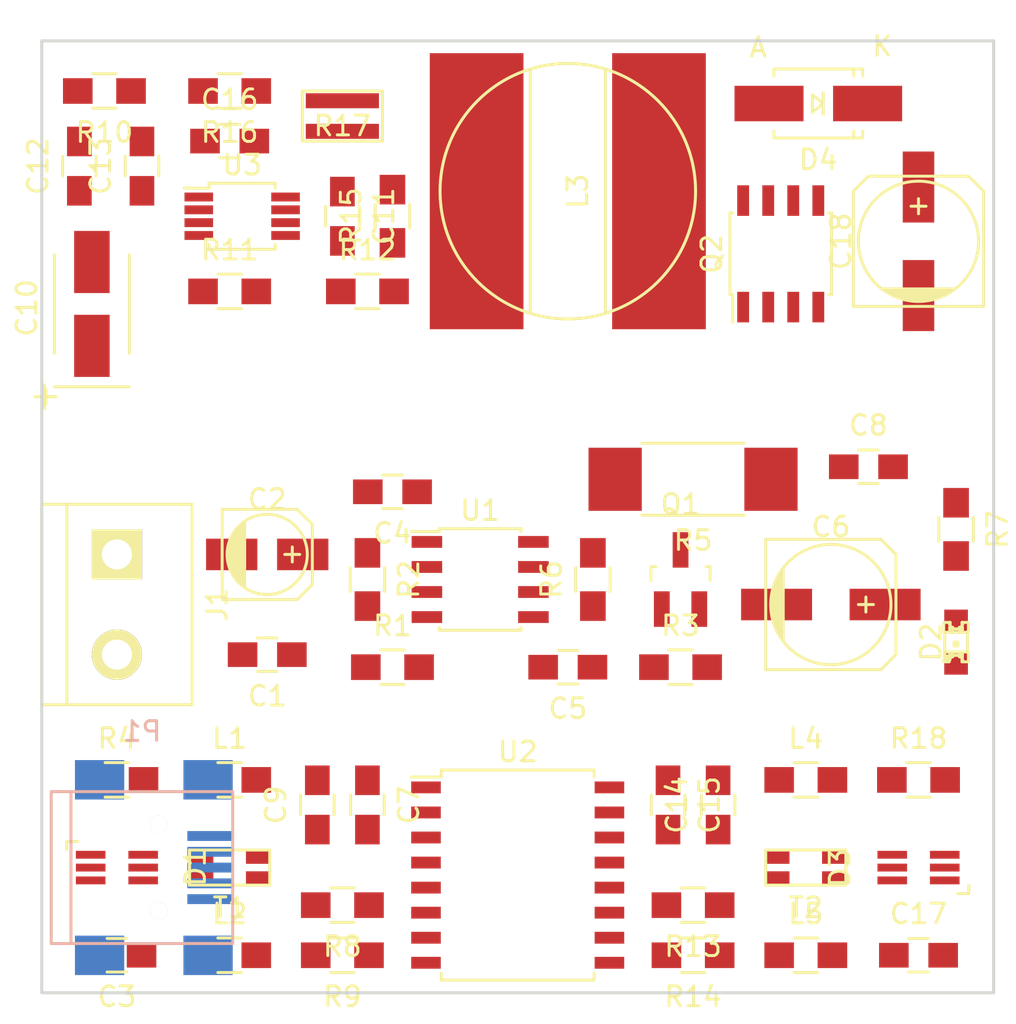
<source format=kicad_pcb>
(kicad_pcb (version 4) (host pcbnew 0.201507280910+6003~25~ubuntu14.04.1-product)

  (general
    (links 113)
    (no_connects 113)
    (area 151.054999 93.904999 199.465001 142.315001)
    (thickness 1.6)
    (drawings 4)
    (tracks 0)
    (zones 0)
    (modules 54)
    (nets 44)
  )

  (page A4)
  (layers
    (0 F.Cu signal)
    (31 B.Cu signal)
    (32 B.Adhes user)
    (33 F.Adhes user)
    (34 B.Paste user)
    (35 F.Paste user)
    (36 B.SilkS user)
    (37 F.SilkS user)
    (38 B.Mask user)
    (39 F.Mask user)
    (40 Dwgs.User user)
    (41 Cmts.User user)
    (42 Eco1.User user)
    (43 Eco2.User user)
    (44 Edge.Cuts user)
    (45 Margin user)
    (46 B.CrtYd user)
    (47 F.CrtYd user)
    (48 B.Fab user)
    (49 F.Fab user)
  )

  (setup
    (last_trace_width 0.25)
    (trace_clearance 0.2)
    (zone_clearance 0.508)
    (zone_45_only no)
    (trace_min 0.2)
    (segment_width 0.2)
    (edge_width 0.15)
    (via_size 0.6)
    (via_drill 0.4)
    (via_min_size 0.4)
    (via_min_drill 0.3)
    (uvia_size 0.3)
    (uvia_drill 0.1)
    (uvias_allowed no)
    (uvia_min_size 0.2)
    (uvia_min_drill 0.1)
    (pcb_text_width 0.3)
    (pcb_text_size 1.5 1.5)
    (mod_edge_width 0.15)
    (mod_text_size 1 1)
    (mod_text_width 0.15)
    (pad_size 1.524 1.524)
    (pad_drill 0.762)
    (pad_to_mask_clearance 0.2)
    (aux_axis_origin 0 0)
    (visible_elements FFFFFF7F)
    (pcbplotparams
      (layerselection 0x00030_80000001)
      (usegerberextensions false)
      (excludeedgelayer true)
      (linewidth 0.101600)
      (plotframeref false)
      (viasonmask false)
      (mode 1)
      (useauxorigin false)
      (hpglpennumber 1)
      (hpglpenspeed 20)
      (hpglpendiameter 15)
      (hpglpenoverlay 2)
      (psnegative false)
      (psa4output false)
      (plotreference true)
      (plotvalue true)
      (plotinvisibletext false)
      (padsonsilk false)
      (subtractmaskfromsilk false)
      (outputformat 1)
      (mirror false)
      (drillshape 1)
      (scaleselection 1)
      (outputdirectory ""))
  )

  (net 0 "")
  (net 1 VCC)
  (net 2 GNDD)
  (net 3 "Net-(C3-Pad1)")
  (net 4 "Net-(C3-Pad2)")
  (net 5 "Net-(C5-Pad1)")
  (net 6 +5VD)
  (net 7 +5V)
  (net 8 GND)
  (net 9 "Net-(C9-Pad1)")
  (net 10 "Net-(C12-Pad1)")
  (net 11 "Net-(C13-Pad2)")
  (net 12 "Net-(C14-Pad1)")
  (net 13 "Net-(C16-Pad1)")
  (net 14 "Net-(C17-Pad1)")
  (net 15 "Net-(C17-Pad2)")
  (net 16 +9V)
  (net 17 "Net-(D2-Pad2)")
  (net 18 "Net-(D4-Pad2)")
  (net 19 "Net-(D1-Pad1)")
  (net 20 "Net-(D1-Pad3)")
  (net 21 "Net-(P1-Pad5)")
  (net 22 "Net-(D3-Pad3)")
  (net 23 "Net-(D3-Pad1)")
  (net 24 "Net-(Q1-Pad1)")
  (net 25 "Net-(Q1-Pad3)")
  (net 26 "Net-(Q2-Pad1)")
  (net 27 "Net-(Q2-Pad4)")
  (net 28 "Net-(R1-Pad1)")
  (net 29 "Net-(R2-Pad1)")
  (net 30 "Net-(D1-Pad5)")
  (net 31 "Net-(R8-Pad1)")
  (net 32 "Net-(R8-Pad2)")
  (net 33 "Net-(R9-Pad1)")
  (net 34 "Net-(R9-Pad2)")
  (net 35 "Net-(R11-Pad1)")
  (net 36 "Net-(R13-Pad1)")
  (net 37 "Net-(R13-Pad2)")
  (net 38 "Net-(R14-Pad1)")
  (net 39 "Net-(R14-Pad2)")
  (net 40 "Net-(R15-Pad2)")
  (net 41 "Net-(D3-Pad5)")
  (net 42 "Net-(D1-Pad4)")
  (net 43 "Net-(D3-Pad4)")

  (net_class Default "This is the default net class."
    (clearance 0.2)
    (trace_width 0.25)
    (via_dia 0.6)
    (via_drill 0.4)
    (uvia_dia 0.3)
    (uvia_drill 0.1)
    (add_net +5V)
    (add_net +5VD)
    (add_net +9V)
    (add_net GND)
    (add_net GNDD)
    (add_net "Net-(C12-Pad1)")
    (add_net "Net-(C13-Pad2)")
    (add_net "Net-(C14-Pad1)")
    (add_net "Net-(C16-Pad1)")
    (add_net "Net-(C17-Pad1)")
    (add_net "Net-(C17-Pad2)")
    (add_net "Net-(C3-Pad1)")
    (add_net "Net-(C3-Pad2)")
    (add_net "Net-(C5-Pad1)")
    (add_net "Net-(C9-Pad1)")
    (add_net "Net-(D1-Pad1)")
    (add_net "Net-(D1-Pad3)")
    (add_net "Net-(D1-Pad4)")
    (add_net "Net-(D1-Pad5)")
    (add_net "Net-(D2-Pad2)")
    (add_net "Net-(D3-Pad1)")
    (add_net "Net-(D3-Pad3)")
    (add_net "Net-(D3-Pad4)")
    (add_net "Net-(D3-Pad5)")
    (add_net "Net-(D4-Pad2)")
    (add_net "Net-(P1-Pad5)")
    (add_net "Net-(Q1-Pad1)")
    (add_net "Net-(Q1-Pad3)")
    (add_net "Net-(Q2-Pad1)")
    (add_net "Net-(Q2-Pad4)")
    (add_net "Net-(R1-Pad1)")
    (add_net "Net-(R11-Pad1)")
    (add_net "Net-(R13-Pad1)")
    (add_net "Net-(R13-Pad2)")
    (add_net "Net-(R14-Pad1)")
    (add_net "Net-(R14-Pad2)")
    (add_net "Net-(R15-Pad2)")
    (add_net "Net-(R2-Pad1)")
    (add_net "Net-(R8-Pad1)")
    (add_net "Net-(R8-Pad2)")
    (add_net "Net-(R9-Pad1)")
    (add_net "Net-(R9-Pad2)")
    (add_net VCC)
  )

  (module Capacitors_SMD:C_0805_HandSoldering (layer F.Cu) (tedit 541A9B8D) (tstamp 55C63570)
    (at 162.56 125.095 180)
    (descr "Capacitor SMD 0805, hand soldering")
    (tags "capacitor 0805")
    (path /55C5BD1B)
    (attr smd)
    (fp_text reference C1 (at 0 -2.1 180) (layer F.SilkS)
      (effects (font (size 1 1) (thickness 0.15)))
    )
    (fp_text value 10nF (at 0 2.1 180) (layer F.Fab)
      (effects (font (size 1 1) (thickness 0.15)))
    )
    (fp_line (start -2.3 -1) (end 2.3 -1) (layer F.CrtYd) (width 0.05))
    (fp_line (start -2.3 1) (end 2.3 1) (layer F.CrtYd) (width 0.05))
    (fp_line (start -2.3 -1) (end -2.3 1) (layer F.CrtYd) (width 0.05))
    (fp_line (start 2.3 -1) (end 2.3 1) (layer F.CrtYd) (width 0.05))
    (fp_line (start 0.5 -0.85) (end -0.5 -0.85) (layer F.SilkS) (width 0.15))
    (fp_line (start -0.5 0.85) (end 0.5 0.85) (layer F.SilkS) (width 0.15))
    (pad 1 smd rect (at -1.25 0 180) (size 1.5 1.25) (layers F.Cu F.Paste F.Mask)
      (net 1 VCC))
    (pad 2 smd rect (at 1.25 0 180) (size 1.5 1.25) (layers F.Cu F.Paste F.Mask)
      (net 2 GNDD))
    (model Capacitors_SMD.3dshapes/C_0805_HandSoldering.wrl
      (at (xyz 0 0 0))
      (scale (xyz 1 1 1))
      (rotate (xyz 0 0 0))
    )
  )

  (module Capacitors_SMD:c_elec_4x5.3 (layer F.Cu) (tedit 0) (tstamp 55C63576)
    (at 162.56 120.015)
    (descr "SMT capacitor, aluminium electrolytic, 4x5.3")
    (path /55C5BDA2)
    (fp_text reference C2 (at 0 -2.794) (layer F.SilkS)
      (effects (font (size 1 1) (thickness 0.15)))
    )
    (fp_text value 10uF (at 0 2.794) (layer F.Fab)
      (effects (font (size 1 1) (thickness 0.15)))
    )
    (fp_line (start 1.651 0) (end 0.889 0) (layer F.SilkS) (width 0.15))
    (fp_line (start 1.27 -0.381) (end 1.27 0.381) (layer F.SilkS) (width 0.15))
    (fp_line (start 1.524 2.286) (end -2.286 2.286) (layer F.SilkS) (width 0.15))
    (fp_line (start 2.286 -1.524) (end 2.286 1.524) (layer F.SilkS) (width 0.15))
    (fp_line (start 1.524 2.286) (end 2.286 1.524) (layer F.SilkS) (width 0.15))
    (fp_line (start 1.524 -2.286) (end -2.286 -2.286) (layer F.SilkS) (width 0.15))
    (fp_line (start 1.524 -2.286) (end 2.286 -1.524) (layer F.SilkS) (width 0.15))
    (fp_line (start -2.032 0.127) (end -2.032 -0.127) (layer F.SilkS) (width 0.15))
    (fp_line (start -1.905 -0.635) (end -1.905 0.635) (layer F.SilkS) (width 0.15))
    (fp_line (start -1.778 0.889) (end -1.778 -0.889) (layer F.SilkS) (width 0.15))
    (fp_line (start -1.651 1.143) (end -1.651 -1.143) (layer F.SilkS) (width 0.15))
    (fp_line (start -1.524 -1.27) (end -1.524 1.27) (layer F.SilkS) (width 0.15))
    (fp_line (start -1.397 1.397) (end -1.397 -1.397) (layer F.SilkS) (width 0.15))
    (fp_line (start -1.27 -1.524) (end -1.27 1.524) (layer F.SilkS) (width 0.15))
    (fp_line (start -1.143 -1.651) (end -1.143 1.651) (layer F.SilkS) (width 0.15))
    (fp_circle (center 0 0) (end -2.032 0) (layer F.SilkS) (width 0.15))
    (fp_line (start -2.286 -2.286) (end -2.286 2.286) (layer F.SilkS) (width 0.15))
    (pad 1 smd rect (at 1.80086 0) (size 2.60096 1.6002) (layers F.Cu F.Paste F.Mask)
      (net 1 VCC))
    (pad 2 smd rect (at -1.80086 0) (size 2.60096 1.6002) (layers F.Cu F.Paste F.Mask)
      (net 2 GNDD))
    (model Capacitors_SMD.3dshapes/c_elec_4x5.3.wrl
      (at (xyz 0 0 0))
      (scale (xyz 1 1 1))
      (rotate (xyz 0 0 0))
    )
  )

  (module Capacitors_SMD:C_0805_HandSoldering (layer F.Cu) (tedit 541A9B8D) (tstamp 55C6357C)
    (at 154.94 140.335 180)
    (descr "Capacitor SMD 0805, hand soldering")
    (tags "capacitor 0805")
    (path /55C57C06)
    (attr smd)
    (fp_text reference C3 (at 0 -2.1 180) (layer F.SilkS)
      (effects (font (size 1 1) (thickness 0.15)))
    )
    (fp_text value 1nF (at 0 2.1 180) (layer F.Fab)
      (effects (font (size 1 1) (thickness 0.15)))
    )
    (fp_line (start -2.3 -1) (end 2.3 -1) (layer F.CrtYd) (width 0.05))
    (fp_line (start -2.3 1) (end 2.3 1) (layer F.CrtYd) (width 0.05))
    (fp_line (start -2.3 -1) (end -2.3 1) (layer F.CrtYd) (width 0.05))
    (fp_line (start 2.3 -1) (end 2.3 1) (layer F.CrtYd) (width 0.05))
    (fp_line (start 0.5 -0.85) (end -0.5 -0.85) (layer F.SilkS) (width 0.15))
    (fp_line (start -0.5 0.85) (end 0.5 0.85) (layer F.SilkS) (width 0.15))
    (pad 1 smd rect (at -1.25 0 180) (size 1.5 1.25) (layers F.Cu F.Paste F.Mask)
      (net 3 "Net-(C3-Pad1)"))
    (pad 2 smd rect (at 1.25 0 180) (size 1.5 1.25) (layers F.Cu F.Paste F.Mask)
      (net 4 "Net-(C3-Pad2)"))
    (model Capacitors_SMD.3dshapes/C_0805_HandSoldering.wrl
      (at (xyz 0 0 0))
      (scale (xyz 1 1 1))
      (rotate (xyz 0 0 0))
    )
  )

  (module Capacitors_SMD:C_0805_HandSoldering (layer F.Cu) (tedit 541A9B8D) (tstamp 55C63582)
    (at 168.91 116.84 180)
    (descr "Capacitor SMD 0805, hand soldering")
    (tags "capacitor 0805")
    (path /55C62E30)
    (attr smd)
    (fp_text reference C4 (at 0 -2.1 180) (layer F.SilkS)
      (effects (font (size 1 1) (thickness 0.15)))
    )
    (fp_text value 100nF (at 0 2.1 180) (layer F.Fab)
      (effects (font (size 1 1) (thickness 0.15)))
    )
    (fp_line (start -2.3 -1) (end 2.3 -1) (layer F.CrtYd) (width 0.05))
    (fp_line (start -2.3 1) (end 2.3 1) (layer F.CrtYd) (width 0.05))
    (fp_line (start -2.3 -1) (end -2.3 1) (layer F.CrtYd) (width 0.05))
    (fp_line (start 2.3 -1) (end 2.3 1) (layer F.CrtYd) (width 0.05))
    (fp_line (start 0.5 -0.85) (end -0.5 -0.85) (layer F.SilkS) (width 0.15))
    (fp_line (start -0.5 0.85) (end 0.5 0.85) (layer F.SilkS) (width 0.15))
    (pad 1 smd rect (at -1.25 0 180) (size 1.5 1.25) (layers F.Cu F.Paste F.Mask)
      (net 1 VCC))
    (pad 2 smd rect (at 1.25 0 180) (size 1.5 1.25) (layers F.Cu F.Paste F.Mask)
      (net 2 GNDD))
    (model Capacitors_SMD.3dshapes/C_0805_HandSoldering.wrl
      (at (xyz 0 0 0))
      (scale (xyz 1 1 1))
      (rotate (xyz 0 0 0))
    )
  )

  (module Capacitors_SMD:C_0805_HandSoldering (layer F.Cu) (tedit 541A9B8D) (tstamp 55C63588)
    (at 177.8 125.73 180)
    (descr "Capacitor SMD 0805, hand soldering")
    (tags "capacitor 0805")
    (path /55C5BC50)
    (attr smd)
    (fp_text reference C5 (at 0 -2.1 180) (layer F.SilkS)
      (effects (font (size 1 1) (thickness 0.15)))
    )
    (fp_text value 220nF (at 0 2.1 180) (layer F.Fab)
      (effects (font (size 1 1) (thickness 0.15)))
    )
    (fp_line (start -2.3 -1) (end 2.3 -1) (layer F.CrtYd) (width 0.05))
    (fp_line (start -2.3 1) (end 2.3 1) (layer F.CrtYd) (width 0.05))
    (fp_line (start -2.3 -1) (end -2.3 1) (layer F.CrtYd) (width 0.05))
    (fp_line (start 2.3 -1) (end 2.3 1) (layer F.CrtYd) (width 0.05))
    (fp_line (start 0.5 -0.85) (end -0.5 -0.85) (layer F.SilkS) (width 0.15))
    (fp_line (start -0.5 0.85) (end 0.5 0.85) (layer F.SilkS) (width 0.15))
    (pad 1 smd rect (at -1.25 0 180) (size 1.5 1.25) (layers F.Cu F.Paste F.Mask)
      (net 5 "Net-(C5-Pad1)"))
    (pad 2 smd rect (at 1.25 0 180) (size 1.5 1.25) (layers F.Cu F.Paste F.Mask)
      (net 2 GNDD))
    (model Capacitors_SMD.3dshapes/C_0805_HandSoldering.wrl
      (at (xyz 0 0 0))
      (scale (xyz 1 1 1))
      (rotate (xyz 0 0 0))
    )
  )

  (module Capacitors_SMD:c_elec_6.3x5.3 (layer F.Cu) (tedit 0) (tstamp 55C6358E)
    (at 191.135 122.555)
    (descr "SMT capacitor, aluminium electrolytic, 6.3x5.3")
    (path /55C50737)
    (fp_text reference C6 (at 0 -3.937) (layer F.SilkS)
      (effects (font (size 1 1) (thickness 0.15)))
    )
    (fp_text value 100uF (at 0 3.81) (layer F.Fab)
      (effects (font (size 1 1) (thickness 0.15)))
    )
    (fp_line (start -2.921 -0.762) (end -2.921 0.762) (layer F.SilkS) (width 0.15))
    (fp_line (start -2.794 1.143) (end -2.794 -1.143) (layer F.SilkS) (width 0.15))
    (fp_line (start -2.667 -1.397) (end -2.667 1.397) (layer F.SilkS) (width 0.15))
    (fp_line (start -2.54 1.651) (end -2.54 -1.651) (layer F.SilkS) (width 0.15))
    (fp_line (start -2.413 -1.778) (end -2.413 1.778) (layer F.SilkS) (width 0.15))
    (fp_circle (center 0 0) (end -3.048 0) (layer F.SilkS) (width 0.15))
    (fp_line (start -3.302 -3.302) (end -3.302 3.302) (layer F.SilkS) (width 0.15))
    (fp_line (start -3.302 3.302) (end 2.54 3.302) (layer F.SilkS) (width 0.15))
    (fp_line (start 2.54 3.302) (end 3.302 2.54) (layer F.SilkS) (width 0.15))
    (fp_line (start 3.302 2.54) (end 3.302 -2.54) (layer F.SilkS) (width 0.15))
    (fp_line (start 3.302 -2.54) (end 2.54 -3.302) (layer F.SilkS) (width 0.15))
    (fp_line (start 2.54 -3.302) (end -3.302 -3.302) (layer F.SilkS) (width 0.15))
    (fp_line (start 2.159 0) (end 1.397 0) (layer F.SilkS) (width 0.15))
    (fp_line (start 1.778 -0.381) (end 1.778 0.381) (layer F.SilkS) (width 0.15))
    (pad 1 smd rect (at 2.75082 0) (size 3.59918 1.6002) (layers F.Cu F.Paste F.Mask)
      (net 6 +5VD))
    (pad 2 smd rect (at -2.75082 0) (size 3.59918 1.6002) (layers F.Cu F.Paste F.Mask)
      (net 2 GNDD))
    (model Capacitors_SMD.3dshapes/c_elec_6.3x5.3.wrl
      (at (xyz 0 0 0))
      (scale (xyz 1 1 1))
      (rotate (xyz 0 0 0))
    )
  )

  (module Capacitors_SMD:C_0805_HandSoldering (layer F.Cu) (tedit 541A9B8D) (tstamp 55C63594)
    (at 167.64 132.715 270)
    (descr "Capacitor SMD 0805, hand soldering")
    (tags "capacitor 0805")
    (path /55C50439)
    (attr smd)
    (fp_text reference C7 (at 0 -2.1 270) (layer F.SilkS)
      (effects (font (size 1 1) (thickness 0.15)))
    )
    (fp_text value 100nF (at 0 2.1 270) (layer F.Fab)
      (effects (font (size 1 1) (thickness 0.15)))
    )
    (fp_line (start -2.3 -1) (end 2.3 -1) (layer F.CrtYd) (width 0.05))
    (fp_line (start -2.3 1) (end 2.3 1) (layer F.CrtYd) (width 0.05))
    (fp_line (start -2.3 -1) (end -2.3 1) (layer F.CrtYd) (width 0.05))
    (fp_line (start 2.3 -1) (end 2.3 1) (layer F.CrtYd) (width 0.05))
    (fp_line (start 0.5 -0.85) (end -0.5 -0.85) (layer F.SilkS) (width 0.15))
    (fp_line (start -0.5 0.85) (end 0.5 0.85) (layer F.SilkS) (width 0.15))
    (pad 1 smd rect (at -1.25 0 270) (size 1.5 1.25) (layers F.Cu F.Paste F.Mask)
      (net 7 +5V))
    (pad 2 smd rect (at 1.25 0 270) (size 1.5 1.25) (layers F.Cu F.Paste F.Mask)
      (net 8 GND))
    (model Capacitors_SMD.3dshapes/C_0805_HandSoldering.wrl
      (at (xyz 0 0 0))
      (scale (xyz 1 1 1))
      (rotate (xyz 0 0 0))
    )
  )

  (module Capacitors_SMD:C_0805_HandSoldering (layer F.Cu) (tedit 541A9B8D) (tstamp 55C6359A)
    (at 193.04 115.57)
    (descr "Capacitor SMD 0805, hand soldering")
    (tags "capacitor 0805")
    (path /55C506D7)
    (attr smd)
    (fp_text reference C8 (at 0 -2.1) (layer F.SilkS)
      (effects (font (size 1 1) (thickness 0.15)))
    )
    (fp_text value 100nF (at 0 2.1) (layer F.Fab)
      (effects (font (size 1 1) (thickness 0.15)))
    )
    (fp_line (start -2.3 -1) (end 2.3 -1) (layer F.CrtYd) (width 0.05))
    (fp_line (start -2.3 1) (end 2.3 1) (layer F.CrtYd) (width 0.05))
    (fp_line (start -2.3 -1) (end -2.3 1) (layer F.CrtYd) (width 0.05))
    (fp_line (start 2.3 -1) (end 2.3 1) (layer F.CrtYd) (width 0.05))
    (fp_line (start 0.5 -0.85) (end -0.5 -0.85) (layer F.SilkS) (width 0.15))
    (fp_line (start -0.5 0.85) (end 0.5 0.85) (layer F.SilkS) (width 0.15))
    (pad 1 smd rect (at -1.25 0) (size 1.5 1.25) (layers F.Cu F.Paste F.Mask)
      (net 6 +5VD))
    (pad 2 smd rect (at 1.25 0) (size 1.5 1.25) (layers F.Cu F.Paste F.Mask)
      (net 2 GNDD))
    (model Capacitors_SMD.3dshapes/C_0805_HandSoldering.wrl
      (at (xyz 0 0 0))
      (scale (xyz 1 1 1))
      (rotate (xyz 0 0 0))
    )
  )

  (module Capacitors_SMD:C_0805_HandSoldering (layer F.Cu) (tedit 541A9B8D) (tstamp 55C635A0)
    (at 165.1 132.715 90)
    (descr "Capacitor SMD 0805, hand soldering")
    (tags "capacitor 0805")
    (path /55C50322)
    (attr smd)
    (fp_text reference C9 (at 0 -2.1 90) (layer F.SilkS)
      (effects (font (size 1 1) (thickness 0.15)))
    )
    (fp_text value 100nF (at 0 2.1 90) (layer F.Fab)
      (effects (font (size 1 1) (thickness 0.15)))
    )
    (fp_line (start -2.3 -1) (end 2.3 -1) (layer F.CrtYd) (width 0.05))
    (fp_line (start -2.3 1) (end 2.3 1) (layer F.CrtYd) (width 0.05))
    (fp_line (start -2.3 -1) (end -2.3 1) (layer F.CrtYd) (width 0.05))
    (fp_line (start 2.3 -1) (end 2.3 1) (layer F.CrtYd) (width 0.05))
    (fp_line (start 0.5 -0.85) (end -0.5 -0.85) (layer F.SilkS) (width 0.15))
    (fp_line (start -0.5 0.85) (end 0.5 0.85) (layer F.SilkS) (width 0.15))
    (pad 1 smd rect (at -1.25 0 90) (size 1.5 1.25) (layers F.Cu F.Paste F.Mask)
      (net 9 "Net-(C9-Pad1)"))
    (pad 2 smd rect (at 1.25 0 90) (size 1.5 1.25) (layers F.Cu F.Paste F.Mask)
      (net 8 GND))
    (model Capacitors_SMD.3dshapes/C_0805_HandSoldering.wrl
      (at (xyz 0 0 0))
      (scale (xyz 1 1 1))
      (rotate (xyz 0 0 0))
    )
  )

  (module Capacitors_Tantalum_SMD:TantalC_SizeB_EIA-3528_HandSoldering (layer F.Cu) (tedit 0) (tstamp 55C635A6)
    (at 153.67 107.315 90)
    (descr "Tantal Cap. , Size B, EIA-3528, Hand Soldering,")
    (tags "Tantal Cap. , Size B, EIA-3528, Hand Soldering,")
    (path /55C5D139)
    (attr smd)
    (fp_text reference C10 (at -0.20066 -3.29946 90) (layer F.SilkS)
      (effects (font (size 1 1) (thickness 0.15)))
    )
    (fp_text value 100uF (at -0.09906 3.59918 90) (layer F.Fab)
      (effects (font (size 1 1) (thickness 0.15)))
    )
    (fp_text user + (at -4.70154 -2.4003 90) (layer F.SilkS)
      (effects (font (size 1 1) (thickness 0.15)))
    )
    (fp_line (start -4.20116 -1.89992) (end -4.20116 1.89992) (layer F.SilkS) (width 0.15))
    (fp_line (start 2.49936 -1.89992) (end -2.49936 -1.89992) (layer F.SilkS) (width 0.15))
    (fp_line (start 2.49682 1.89992) (end -2.5019 1.89992) (layer F.SilkS) (width 0.15))
    (fp_line (start -4.70408 -2.90322) (end -4.70408 -1.8034) (layer F.SilkS) (width 0.15))
    (fp_line (start -5.30352 -2.40284) (end -4.10464 -2.40284) (layer F.SilkS) (width 0.15))
    (pad 2 smd rect (at 2.12598 0 90) (size 3.1496 1.80086) (layers F.Cu F.Paste F.Mask)
      (net 2 GNDD))
    (pad 1 smd rect (at -2.12598 0 90) (size 3.1496 1.80086) (layers F.Cu F.Paste F.Mask)
      (net 6 +5VD))
    (model Capacitors_Tantalum_SMD.3dshapes/TantalC_SizeB_EIA-3528_HandSoldering.wrl
      (at (xyz 0 0 0))
      (scale (xyz 1 1 1))
      (rotate (xyz 0 0 180))
    )
  )

  (module Capacitors_SMD:C_0805_HandSoldering (layer F.Cu) (tedit 541A9B8D) (tstamp 55C635AC)
    (at 166.37 102.87 270)
    (descr "Capacitor SMD 0805, hand soldering")
    (tags "capacitor 0805")
    (path /55C5D1F4)
    (attr smd)
    (fp_text reference C11 (at 0 -2.1 270) (layer F.SilkS)
      (effects (font (size 1 1) (thickness 0.15)))
    )
    (fp_text value 100nF (at 0 2.1 270) (layer F.Fab)
      (effects (font (size 1 1) (thickness 0.15)))
    )
    (fp_line (start -2.3 -1) (end 2.3 -1) (layer F.CrtYd) (width 0.05))
    (fp_line (start -2.3 1) (end 2.3 1) (layer F.CrtYd) (width 0.05))
    (fp_line (start -2.3 -1) (end -2.3 1) (layer F.CrtYd) (width 0.05))
    (fp_line (start 2.3 -1) (end 2.3 1) (layer F.CrtYd) (width 0.05))
    (fp_line (start 0.5 -0.85) (end -0.5 -0.85) (layer F.SilkS) (width 0.15))
    (fp_line (start -0.5 0.85) (end 0.5 0.85) (layer F.SilkS) (width 0.15))
    (pad 1 smd rect (at -1.25 0 270) (size 1.5 1.25) (layers F.Cu F.Paste F.Mask)
      (net 6 +5VD))
    (pad 2 smd rect (at 1.25 0 270) (size 1.5 1.25) (layers F.Cu F.Paste F.Mask)
      (net 2 GNDD))
    (model Capacitors_SMD.3dshapes/C_0805_HandSoldering.wrl
      (at (xyz 0 0 0))
      (scale (xyz 1 1 1))
      (rotate (xyz 0 0 0))
    )
  )

  (module Capacitors_SMD:C_0805_HandSoldering (layer F.Cu) (tedit 541A9B8D) (tstamp 55C635B2)
    (at 153.035 100.33 90)
    (descr "Capacitor SMD 0805, hand soldering")
    (tags "capacitor 0805")
    (path /55C5D2AF)
    (attr smd)
    (fp_text reference C12 (at 0 -2.1 90) (layer F.SilkS)
      (effects (font (size 1 1) (thickness 0.15)))
    )
    (fp_text value 1.5nF (at 0 2.1 90) (layer F.Fab)
      (effects (font (size 1 1) (thickness 0.15)))
    )
    (fp_line (start -2.3 -1) (end 2.3 -1) (layer F.CrtYd) (width 0.05))
    (fp_line (start -2.3 1) (end 2.3 1) (layer F.CrtYd) (width 0.05))
    (fp_line (start -2.3 -1) (end -2.3 1) (layer F.CrtYd) (width 0.05))
    (fp_line (start 2.3 -1) (end 2.3 1) (layer F.CrtYd) (width 0.05))
    (fp_line (start 0.5 -0.85) (end -0.5 -0.85) (layer F.SilkS) (width 0.15))
    (fp_line (start -0.5 0.85) (end 0.5 0.85) (layer F.SilkS) (width 0.15))
    (pad 1 smd rect (at -1.25 0 90) (size 1.5 1.25) (layers F.Cu F.Paste F.Mask)
      (net 10 "Net-(C12-Pad1)"))
    (pad 2 smd rect (at 1.25 0 90) (size 1.5 1.25) (layers F.Cu F.Paste F.Mask)
      (net 2 GNDD))
    (model Capacitors_SMD.3dshapes/C_0805_HandSoldering.wrl
      (at (xyz 0 0 0))
      (scale (xyz 1 1 1))
      (rotate (xyz 0 0 0))
    )
  )

  (module Capacitors_SMD:C_0805_HandSoldering (layer F.Cu) (tedit 541A9B8D) (tstamp 55C635B8)
    (at 156.21 100.33 90)
    (descr "Capacitor SMD 0805, hand soldering")
    (tags "capacitor 0805")
    (path /55C5D32C)
    (attr smd)
    (fp_text reference C13 (at 0 -2.1 90) (layer F.SilkS)
      (effects (font (size 1 1) (thickness 0.15)))
    )
    (fp_text value 27nF (at 0 2.1 90) (layer F.Fab)
      (effects (font (size 1 1) (thickness 0.15)))
    )
    (fp_line (start -2.3 -1) (end 2.3 -1) (layer F.CrtYd) (width 0.05))
    (fp_line (start -2.3 1) (end 2.3 1) (layer F.CrtYd) (width 0.05))
    (fp_line (start -2.3 -1) (end -2.3 1) (layer F.CrtYd) (width 0.05))
    (fp_line (start 2.3 -1) (end 2.3 1) (layer F.CrtYd) (width 0.05))
    (fp_line (start 0.5 -0.85) (end -0.5 -0.85) (layer F.SilkS) (width 0.15))
    (fp_line (start -0.5 0.85) (end 0.5 0.85) (layer F.SilkS) (width 0.15))
    (pad 1 smd rect (at -1.25 0 90) (size 1.5 1.25) (layers F.Cu F.Paste F.Mask)
      (net 10 "Net-(C12-Pad1)"))
    (pad 2 smd rect (at 1.25 0 90) (size 1.5 1.25) (layers F.Cu F.Paste F.Mask)
      (net 11 "Net-(C13-Pad2)"))
    (model Capacitors_SMD.3dshapes/C_0805_HandSoldering.wrl
      (at (xyz 0 0 0))
      (scale (xyz 1 1 1))
      (rotate (xyz 0 0 0))
    )
  )

  (module Capacitors_SMD:C_0805_HandSoldering (layer F.Cu) (tedit 541A9B8D) (tstamp 55C635BE)
    (at 185.42 132.715 90)
    (descr "Capacitor SMD 0805, hand soldering")
    (tags "capacitor 0805")
    (path /55C50502)
    (attr smd)
    (fp_text reference C14 (at 0 -2.1 90) (layer F.SilkS)
      (effects (font (size 1 1) (thickness 0.15)))
    )
    (fp_text value 100nF (at 0 2.1 90) (layer F.Fab)
      (effects (font (size 1 1) (thickness 0.15)))
    )
    (fp_line (start -2.3 -1) (end 2.3 -1) (layer F.CrtYd) (width 0.05))
    (fp_line (start -2.3 1) (end 2.3 1) (layer F.CrtYd) (width 0.05))
    (fp_line (start -2.3 -1) (end -2.3 1) (layer F.CrtYd) (width 0.05))
    (fp_line (start 2.3 -1) (end 2.3 1) (layer F.CrtYd) (width 0.05))
    (fp_line (start 0.5 -0.85) (end -0.5 -0.85) (layer F.SilkS) (width 0.15))
    (fp_line (start -0.5 0.85) (end 0.5 0.85) (layer F.SilkS) (width 0.15))
    (pad 1 smd rect (at -1.25 0 90) (size 1.5 1.25) (layers F.Cu F.Paste F.Mask)
      (net 12 "Net-(C14-Pad1)"))
    (pad 2 smd rect (at 1.25 0 90) (size 1.5 1.25) (layers F.Cu F.Paste F.Mask)
      (net 2 GNDD))
    (model Capacitors_SMD.3dshapes/C_0805_HandSoldering.wrl
      (at (xyz 0 0 0))
      (scale (xyz 1 1 1))
      (rotate (xyz 0 0 0))
    )
  )

  (module Capacitors_SMD:C_0805_HandSoldering (layer F.Cu) (tedit 541A9B8D) (tstamp 55C635C4)
    (at 182.88 132.715 270)
    (descr "Capacitor SMD 0805, hand soldering")
    (tags "capacitor 0805")
    (path /55C50553)
    (attr smd)
    (fp_text reference C15 (at 0 -2.1 270) (layer F.SilkS)
      (effects (font (size 1 1) (thickness 0.15)))
    )
    (fp_text value 100nF (at 0 2.1 270) (layer F.Fab)
      (effects (font (size 1 1) (thickness 0.15)))
    )
    (fp_line (start -2.3 -1) (end 2.3 -1) (layer F.CrtYd) (width 0.05))
    (fp_line (start -2.3 1) (end 2.3 1) (layer F.CrtYd) (width 0.05))
    (fp_line (start -2.3 -1) (end -2.3 1) (layer F.CrtYd) (width 0.05))
    (fp_line (start 2.3 -1) (end 2.3 1) (layer F.CrtYd) (width 0.05))
    (fp_line (start 0.5 -0.85) (end -0.5 -0.85) (layer F.SilkS) (width 0.15))
    (fp_line (start -0.5 0.85) (end 0.5 0.85) (layer F.SilkS) (width 0.15))
    (pad 1 smd rect (at -1.25 0 270) (size 1.5 1.25) (layers F.Cu F.Paste F.Mask)
      (net 6 +5VD))
    (pad 2 smd rect (at 1.25 0 270) (size 1.5 1.25) (layers F.Cu F.Paste F.Mask)
      (net 2 GNDD))
    (model Capacitors_SMD.3dshapes/C_0805_HandSoldering.wrl
      (at (xyz 0 0 0))
      (scale (xyz 1 1 1))
      (rotate (xyz 0 0 0))
    )
  )

  (module Capacitors_SMD:C_0805_HandSoldering (layer F.Cu) (tedit 541A9B8D) (tstamp 55C635CA)
    (at 160.655 99.06)
    (descr "Capacitor SMD 0805, hand soldering")
    (tags "capacitor 0805")
    (path /55C5D5CF)
    (attr smd)
    (fp_text reference C16 (at 0 -2.1) (layer F.SilkS)
      (effects (font (size 1 1) (thickness 0.15)))
    )
    (fp_text value 10nF (at 0 2.1) (layer F.Fab)
      (effects (font (size 1 1) (thickness 0.15)))
    )
    (fp_line (start -2.3 -1) (end 2.3 -1) (layer F.CrtYd) (width 0.05))
    (fp_line (start -2.3 1) (end 2.3 1) (layer F.CrtYd) (width 0.05))
    (fp_line (start -2.3 -1) (end -2.3 1) (layer F.CrtYd) (width 0.05))
    (fp_line (start 2.3 -1) (end 2.3 1) (layer F.CrtYd) (width 0.05))
    (fp_line (start 0.5 -0.85) (end -0.5 -0.85) (layer F.SilkS) (width 0.15))
    (fp_line (start -0.5 0.85) (end 0.5 0.85) (layer F.SilkS) (width 0.15))
    (pad 1 smd rect (at -1.25 0) (size 1.5 1.25) (layers F.Cu F.Paste F.Mask)
      (net 13 "Net-(C16-Pad1)"))
    (pad 2 smd rect (at 1.25 0) (size 1.5 1.25) (layers F.Cu F.Paste F.Mask)
      (net 2 GNDD))
    (model Capacitors_SMD.3dshapes/C_0805_HandSoldering.wrl
      (at (xyz 0 0 0))
      (scale (xyz 1 1 1))
      (rotate (xyz 0 0 0))
    )
  )

  (module Capacitors_SMD:C_0805_HandSoldering (layer F.Cu) (tedit 541A9B8D) (tstamp 55C635D0)
    (at 195.58 140.335)
    (descr "Capacitor SMD 0805, hand soldering")
    (tags "capacitor 0805")
    (path /55C50700)
    (attr smd)
    (fp_text reference C17 (at 0 -2.1) (layer F.SilkS)
      (effects (font (size 1 1) (thickness 0.15)))
    )
    (fp_text value 1nF (at 0 2.1) (layer F.Fab)
      (effects (font (size 1 1) (thickness 0.15)))
    )
    (fp_line (start -2.3 -1) (end 2.3 -1) (layer F.CrtYd) (width 0.05))
    (fp_line (start -2.3 1) (end 2.3 1) (layer F.CrtYd) (width 0.05))
    (fp_line (start -2.3 -1) (end -2.3 1) (layer F.CrtYd) (width 0.05))
    (fp_line (start 2.3 -1) (end 2.3 1) (layer F.CrtYd) (width 0.05))
    (fp_line (start 0.5 -0.85) (end -0.5 -0.85) (layer F.SilkS) (width 0.15))
    (fp_line (start -0.5 0.85) (end 0.5 0.85) (layer F.SilkS) (width 0.15))
    (pad 1 smd rect (at -1.25 0) (size 1.5 1.25) (layers F.Cu F.Paste F.Mask)
      (net 14 "Net-(C17-Pad1)"))
    (pad 2 smd rect (at 1.25 0) (size 1.5 1.25) (layers F.Cu F.Paste F.Mask)
      (net 15 "Net-(C17-Pad2)"))
    (model Capacitors_SMD.3dshapes/C_0805_HandSoldering.wrl
      (at (xyz 0 0 0))
      (scale (xyz 1 1 1))
      (rotate (xyz 0 0 0))
    )
  )

  (module Capacitors_SMD:c_elec_6.3x5.8 (layer F.Cu) (tedit 0) (tstamp 55C635D6)
    (at 195.58 104.14 90)
    (descr "SMT capacitor, aluminium electrolytic, 6.3x5.8")
    (path /55C5D650)
    (fp_text reference C18 (at 0 -3.937 90) (layer F.SilkS)
      (effects (font (size 1 1) (thickness 0.15)))
    )
    (fp_text value 180uF (at 0 3.81 90) (layer F.Fab)
      (effects (font (size 1 1) (thickness 0.15)))
    )
    (fp_line (start -2.921 -0.762) (end -2.921 0.762) (layer F.SilkS) (width 0.15))
    (fp_line (start -2.794 1.143) (end -2.794 -1.143) (layer F.SilkS) (width 0.15))
    (fp_line (start -2.667 -1.397) (end -2.667 1.397) (layer F.SilkS) (width 0.15))
    (fp_line (start -2.54 1.651) (end -2.54 -1.651) (layer F.SilkS) (width 0.15))
    (fp_line (start -2.413 -1.778) (end -2.413 1.778) (layer F.SilkS) (width 0.15))
    (fp_circle (center 0 0) (end -3.048 0) (layer F.SilkS) (width 0.15))
    (fp_line (start -3.302 -3.302) (end -3.302 3.302) (layer F.SilkS) (width 0.15))
    (fp_line (start -3.302 3.302) (end 2.54 3.302) (layer F.SilkS) (width 0.15))
    (fp_line (start 2.54 3.302) (end 3.302 2.54) (layer F.SilkS) (width 0.15))
    (fp_line (start 3.302 2.54) (end 3.302 -2.54) (layer F.SilkS) (width 0.15))
    (fp_line (start 3.302 -2.54) (end 2.54 -3.302) (layer F.SilkS) (width 0.15))
    (fp_line (start 2.54 -3.302) (end -3.302 -3.302) (layer F.SilkS) (width 0.15))
    (fp_line (start 2.159 0) (end 1.397 0) (layer F.SilkS) (width 0.15))
    (fp_line (start 1.778 -0.381) (end 1.778 0.381) (layer F.SilkS) (width 0.15))
    (pad 1 smd rect (at 2.75082 0 90) (size 3.59918 1.6002) (layers F.Cu F.Paste F.Mask)
      (net 16 +9V))
    (pad 2 smd rect (at -2.75082 0 90) (size 3.59918 1.6002) (layers F.Cu F.Paste F.Mask)
      (net 2 GNDD))
    (model Capacitors_SMD.3dshapes/c_elec_6.3x5.8.wrl
      (at (xyz 0 0 0))
      (scale (xyz 1 1 1))
      (rotate (xyz 0 0 0))
    )
  )

  (module LEDs:LED-0805 (layer F.Cu) (tedit 5538B1C2) (tstamp 55C635DC)
    (at 197.485 124.46 90)
    (descr "LED 0805 smd package")
    (tags "LED 0805 SMD")
    (path /55C5BE5E)
    (attr smd)
    (fp_text reference D2 (at 0 -1.27 90) (layer F.SilkS)
      (effects (font (size 1 1) (thickness 0.15)))
    )
    (fp_text value LED (at 0 1.27 90) (layer F.Fab)
      (effects (font (size 1 1) (thickness 0.15)))
    )
    (fp_line (start -0.49784 0.29972) (end -0.49784 0.62484) (layer F.SilkS) (width 0.15))
    (fp_line (start -0.49784 0.62484) (end -0.99822 0.62484) (layer F.SilkS) (width 0.15))
    (fp_line (start -0.99822 0.29972) (end -0.99822 0.62484) (layer F.SilkS) (width 0.15))
    (fp_line (start -0.49784 0.29972) (end -0.99822 0.29972) (layer F.SilkS) (width 0.15))
    (fp_line (start -0.49784 -0.32258) (end -0.49784 -0.17272) (layer F.SilkS) (width 0.15))
    (fp_line (start -0.49784 -0.17272) (end -0.7493 -0.17272) (layer F.SilkS) (width 0.15))
    (fp_line (start -0.7493 -0.32258) (end -0.7493 -0.17272) (layer F.SilkS) (width 0.15))
    (fp_line (start -0.49784 -0.32258) (end -0.7493 -0.32258) (layer F.SilkS) (width 0.15))
    (fp_line (start -0.49784 0.17272) (end -0.49784 0.32258) (layer F.SilkS) (width 0.15))
    (fp_line (start -0.49784 0.32258) (end -0.7493 0.32258) (layer F.SilkS) (width 0.15))
    (fp_line (start -0.7493 0.17272) (end -0.7493 0.32258) (layer F.SilkS) (width 0.15))
    (fp_line (start -0.49784 0.17272) (end -0.7493 0.17272) (layer F.SilkS) (width 0.15))
    (fp_line (start -0.49784 -0.19812) (end -0.49784 0.19812) (layer F.SilkS) (width 0.15))
    (fp_line (start -0.49784 0.19812) (end -0.6731 0.19812) (layer F.SilkS) (width 0.15))
    (fp_line (start -0.6731 -0.19812) (end -0.6731 0.19812) (layer F.SilkS) (width 0.15))
    (fp_line (start -0.49784 -0.19812) (end -0.6731 -0.19812) (layer F.SilkS) (width 0.15))
    (fp_line (start 0.99822 0.29972) (end 0.99822 0.62484) (layer F.SilkS) (width 0.15))
    (fp_line (start 0.99822 0.62484) (end 0.49784 0.62484) (layer F.SilkS) (width 0.15))
    (fp_line (start 0.49784 0.29972) (end 0.49784 0.62484) (layer F.SilkS) (width 0.15))
    (fp_line (start 0.99822 0.29972) (end 0.49784 0.29972) (layer F.SilkS) (width 0.15))
    (fp_line (start 0.99822 -0.62484) (end 0.99822 -0.29972) (layer F.SilkS) (width 0.15))
    (fp_line (start 0.99822 -0.29972) (end 0.49784 -0.29972) (layer F.SilkS) (width 0.15))
    (fp_line (start 0.49784 -0.62484) (end 0.49784 -0.29972) (layer F.SilkS) (width 0.15))
    (fp_line (start 0.99822 -0.62484) (end 0.49784 -0.62484) (layer F.SilkS) (width 0.15))
    (fp_line (start 0.7493 0.17272) (end 0.7493 0.32258) (layer F.SilkS) (width 0.15))
    (fp_line (start 0.7493 0.32258) (end 0.49784 0.32258) (layer F.SilkS) (width 0.15))
    (fp_line (start 0.49784 0.17272) (end 0.49784 0.32258) (layer F.SilkS) (width 0.15))
    (fp_line (start 0.7493 0.17272) (end 0.49784 0.17272) (layer F.SilkS) (width 0.15))
    (fp_line (start 0.7493 -0.32258) (end 0.7493 -0.17272) (layer F.SilkS) (width 0.15))
    (fp_line (start 0.7493 -0.17272) (end 0.49784 -0.17272) (layer F.SilkS) (width 0.15))
    (fp_line (start 0.49784 -0.32258) (end 0.49784 -0.17272) (layer F.SilkS) (width 0.15))
    (fp_line (start 0.7493 -0.32258) (end 0.49784 -0.32258) (layer F.SilkS) (width 0.15))
    (fp_line (start 0.6731 -0.19812) (end 0.6731 0.19812) (layer F.SilkS) (width 0.15))
    (fp_line (start 0.6731 0.19812) (end 0.49784 0.19812) (layer F.SilkS) (width 0.15))
    (fp_line (start 0.49784 -0.19812) (end 0.49784 0.19812) (layer F.SilkS) (width 0.15))
    (fp_line (start 0.6731 -0.19812) (end 0.49784 -0.19812) (layer F.SilkS) (width 0.15))
    (fp_line (start 0 -0.09906) (end 0 0.09906) (layer F.SilkS) (width 0.15))
    (fp_line (start 0 0.09906) (end -0.19812 0.09906) (layer F.SilkS) (width 0.15))
    (fp_line (start -0.19812 -0.09906) (end -0.19812 0.09906) (layer F.SilkS) (width 0.15))
    (fp_line (start 0 -0.09906) (end -0.19812 -0.09906) (layer F.SilkS) (width 0.15))
    (fp_line (start -0.49784 -0.59944) (end -0.49784 -0.29972) (layer F.SilkS) (width 0.15))
    (fp_line (start -0.49784 -0.29972) (end -0.79756 -0.29972) (layer F.SilkS) (width 0.15))
    (fp_line (start -0.79756 -0.59944) (end -0.79756 -0.29972) (layer F.SilkS) (width 0.15))
    (fp_line (start -0.49784 -0.59944) (end -0.79756 -0.59944) (layer F.SilkS) (width 0.15))
    (fp_line (start -0.92456 -0.62484) (end -0.92456 -0.39878) (layer F.SilkS) (width 0.15))
    (fp_line (start -0.92456 -0.39878) (end -0.99822 -0.39878) (layer F.SilkS) (width 0.15))
    (fp_line (start -0.99822 -0.62484) (end -0.99822 -0.39878) (layer F.SilkS) (width 0.15))
    (fp_line (start -0.92456 -0.62484) (end -0.99822 -0.62484) (layer F.SilkS) (width 0.15))
    (fp_line (start -0.52324 0.57404) (end 0.52324 0.57404) (layer F.SilkS) (width 0.15))
    (fp_line (start 0.49784 -0.57404) (end -0.92456 -0.57404) (layer F.SilkS) (width 0.15))
    (fp_circle (center -0.84836 -0.44958) (end -0.89916 -0.50038) (layer F.SilkS) (width 0.15))
    (fp_arc (start -0.99822 0) (end -0.99822 0.34798) (angle -180) (layer F.SilkS) (width 0.15))
    (fp_arc (start 0.99822 0) (end 0.99822 -0.34798) (angle -180) (layer F.SilkS) (width 0.15))
    (pad 2 smd rect (at 1.04902 0 270) (size 1.19888 1.19888) (layers F.Cu F.Paste F.Mask)
      (net 17 "Net-(D2-Pad2)"))
    (pad 1 smd rect (at -1.04902 0 270) (size 1.19888 1.19888) (layers F.Cu F.Paste F.Mask)
      (net 2 GNDD))
  )

  (module Diodes_SMD:Diode-SMA_Handsoldering (layer F.Cu) (tedit 552FF1AB) (tstamp 55C635E2)
    (at 190.5 97.155 180)
    (descr "Diode SMA Handsoldering")
    (tags "Diode SMA Handsoldering")
    (path /55C5D86E)
    (attr smd)
    (fp_text reference D4 (at 0 -2.85 180) (layer F.SilkS)
      (effects (font (size 1 1) (thickness 0.15)))
    )
    (fp_text value B340 (at 0.05 4.4 180) (layer F.Fab)
      (effects (font (size 1 1) (thickness 0.15)))
    )
    (fp_line (start -4.5 -2) (end 4.5 -2) (layer F.CrtYd) (width 0.05))
    (fp_line (start 4.5 -2) (end 4.5 2) (layer F.CrtYd) (width 0.05))
    (fp_line (start 4.5 2) (end -4.5 2) (layer F.CrtYd) (width 0.05))
    (fp_line (start -4.5 2) (end -4.5 -2) (layer F.CrtYd) (width 0.05))
    (fp_line (start -0.25 0) (end 0.3 -0.45) (layer F.SilkS) (width 0.15))
    (fp_line (start 0.3 -0.45) (end 0.3 0.45) (layer F.SilkS) (width 0.15))
    (fp_line (start 0.3 0.45) (end -0.25 0) (layer F.SilkS) (width 0.15))
    (fp_line (start -0.25 -0.55) (end -0.25 0.55) (layer F.SilkS) (width 0.15))
    (fp_text user K (at -3.25 2.9 180) (layer F.SilkS)
      (effects (font (size 1 1) (thickness 0.15)))
    )
    (fp_text user A (at 3.05 2.85 180) (layer F.SilkS)
      (effects (font (size 1 1) (thickness 0.15)))
    )
    (fp_line (start -1.79914 1.75006) (end -1.79914 1.39954) (layer F.SilkS) (width 0.15))
    (fp_line (start -1.79914 -1.75006) (end -1.79914 -1.39954) (layer F.SilkS) (width 0.15))
    (fp_line (start 2.25044 1.75006) (end 2.25044 1.39954) (layer F.SilkS) (width 0.15))
    (fp_line (start -2.25044 1.75006) (end -2.25044 1.39954) (layer F.SilkS) (width 0.15))
    (fp_line (start -2.25044 -1.75006) (end -2.25044 -1.39954) (layer F.SilkS) (width 0.15))
    (fp_line (start 2.25044 -1.75006) (end 2.25044 -1.39954) (layer F.SilkS) (width 0.15))
    (fp_line (start -2.25044 1.75006) (end 2.25044 1.75006) (layer F.SilkS) (width 0.15))
    (fp_line (start -2.25044 -1.75006) (end 2.25044 -1.75006) (layer F.SilkS) (width 0.15))
    (pad 1 smd rect (at -2.49936 0 180) (size 3.50012 1.80086) (layers F.Cu F.Paste F.Mask)
      (net 16 +9V))
    (pad 2 smd rect (at 2.49936 0 180) (size 3.50012 1.80086) (layers F.Cu F.Paste F.Mask)
      (net 18 "Net-(D4-Pad2)"))
    (model Diodes_SMD.3dshapes/Diode-SMA_Handsoldering.wrl
      (at (xyz 0 0 0))
      (scale (xyz 0.3937 0.3937 0.3937))
      (rotate (xyz 0 0 180))
    )
  )

  (module Connect:bornier2 (layer F.Cu) (tedit 0) (tstamp 55C635E8)
    (at 154.94 122.555 270)
    (descr "Bornier d'alimentation 2 pins")
    (tags DEV)
    (path /55C5A53A)
    (fp_text reference J1 (at 0 -5.08 270) (layer F.SilkS)
      (effects (font (size 1 1) (thickness 0.15)))
    )
    (fp_text value "5V INPUT" (at 0 5.08 270) (layer F.Fab)
      (effects (font (size 1 1) (thickness 0.15)))
    )
    (fp_line (start 5.08 2.54) (end -5.08 2.54) (layer F.SilkS) (width 0.15))
    (fp_line (start 5.08 3.81) (end 5.08 -3.81) (layer F.SilkS) (width 0.15))
    (fp_line (start 5.08 -3.81) (end -5.08 -3.81) (layer F.SilkS) (width 0.15))
    (fp_line (start -5.08 -3.81) (end -5.08 3.81) (layer F.SilkS) (width 0.15))
    (fp_line (start -5.08 3.81) (end 5.08 3.81) (layer F.SilkS) (width 0.15))
    (pad 1 thru_hole rect (at -2.54 0 270) (size 2.54 2.54) (drill 1.524) (layers *.Cu *.Mask F.SilkS)
      (net 2 GNDD))
    (pad 2 thru_hole circle (at 2.54 0 270) (size 2.54 2.54) (drill 1.524) (layers *.Cu *.Mask F.SilkS)
      (net 1 VCC))
    (model Connect.3dshapes/bornier2.wrl
      (at (xyz 0 0 0))
      (scale (xyz 1 1 1))
      (rotate (xyz 0 0 0))
    )
  )

  (module Resistors_SMD:R_0805_HandSoldering (layer F.Cu) (tedit 54189DEE) (tstamp 55C635EE)
    (at 160.655 131.445)
    (descr "Resistor SMD 0805, hand soldering")
    (tags "resistor 0805")
    (path /55C57884)
    (attr smd)
    (fp_text reference L1 (at 0 -2.1) (layer F.SilkS)
      (effects (font (size 1 1) (thickness 0.15)))
    )
    (fp_text value BLM21 (at 0 2.1) (layer F.Fab)
      (effects (font (size 1 1) (thickness 0.15)))
    )
    (fp_line (start -2.4 -1) (end 2.4 -1) (layer F.CrtYd) (width 0.05))
    (fp_line (start -2.4 1) (end 2.4 1) (layer F.CrtYd) (width 0.05))
    (fp_line (start -2.4 -1) (end -2.4 1) (layer F.CrtYd) (width 0.05))
    (fp_line (start 2.4 -1) (end 2.4 1) (layer F.CrtYd) (width 0.05))
    (fp_line (start 0.6 0.875) (end -0.6 0.875) (layer F.SilkS) (width 0.15))
    (fp_line (start -0.6 -0.875) (end 0.6 -0.875) (layer F.SilkS) (width 0.15))
    (pad 1 smd rect (at -1.35 0) (size 1.5 1.3) (layers F.Cu F.Paste F.Mask)
      (net 4 "Net-(C3-Pad2)"))
    (pad 2 smd rect (at 1.35 0) (size 1.5 1.3) (layers F.Cu F.Paste F.Mask)
      (net 7 +5V))
    (model Resistors_SMD.3dshapes/R_0805_HandSoldering.wrl
      (at (xyz 0 0 0))
      (scale (xyz 1 1 1))
      (rotate (xyz 0 0 0))
    )
  )

  (module Resistors_SMD:R_0805_HandSoldering (layer F.Cu) (tedit 54189DEE) (tstamp 55C635F4)
    (at 160.655 140.335)
    (descr "Resistor SMD 0805, hand soldering")
    (tags "resistor 0805")
    (path /55C57750)
    (attr smd)
    (fp_text reference L2 (at 0 -2.1) (layer F.SilkS)
      (effects (font (size 1 1) (thickness 0.15)))
    )
    (fp_text value BLM21 (at 0 2.1) (layer F.Fab)
      (effects (font (size 1 1) (thickness 0.15)))
    )
    (fp_line (start -2.4 -1) (end 2.4 -1) (layer F.CrtYd) (width 0.05))
    (fp_line (start -2.4 1) (end 2.4 1) (layer F.CrtYd) (width 0.05))
    (fp_line (start -2.4 -1) (end -2.4 1) (layer F.CrtYd) (width 0.05))
    (fp_line (start 2.4 -1) (end 2.4 1) (layer F.CrtYd) (width 0.05))
    (fp_line (start 0.6 0.875) (end -0.6 0.875) (layer F.SilkS) (width 0.15))
    (fp_line (start -0.6 -0.875) (end 0.6 -0.875) (layer F.SilkS) (width 0.15))
    (pad 1 smd rect (at -1.35 0) (size 1.5 1.3) (layers F.Cu F.Paste F.Mask)
      (net 3 "Net-(C3-Pad1)"))
    (pad 2 smd rect (at 1.35 0) (size 1.5 1.3) (layers F.Cu F.Paste F.Mask)
      (net 8 GND))
    (model Resistors_SMD.3dshapes/R_0805_HandSoldering.wrl
      (at (xyz 0 0 0))
      (scale (xyz 1 1 1))
      (rotate (xyz 0 0 0))
    )
  )

  (module Resistors_SMD:R_0805_HandSoldering (layer F.Cu) (tedit 54189DEE) (tstamp 55C635FA)
    (at 189.865 131.445)
    (descr "Resistor SMD 0805, hand soldering")
    (tags "resistor 0805")
    (path /55C51A3B)
    (attr smd)
    (fp_text reference L4 (at 0 -2.1) (layer F.SilkS)
      (effects (font (size 1 1) (thickness 0.15)))
    )
    (fp_text value BLM21 (at 0 2.1) (layer F.Fab)
      (effects (font (size 1 1) (thickness 0.15)))
    )
    (fp_line (start -2.4 -1) (end 2.4 -1) (layer F.CrtYd) (width 0.05))
    (fp_line (start -2.4 1) (end 2.4 1) (layer F.CrtYd) (width 0.05))
    (fp_line (start -2.4 -1) (end -2.4 1) (layer F.CrtYd) (width 0.05))
    (fp_line (start 2.4 -1) (end 2.4 1) (layer F.CrtYd) (width 0.05))
    (fp_line (start 0.6 0.875) (end -0.6 0.875) (layer F.SilkS) (width 0.15))
    (fp_line (start -0.6 -0.875) (end 0.6 -0.875) (layer F.SilkS) (width 0.15))
    (pad 1 smd rect (at -1.35 0) (size 1.5 1.3) (layers F.Cu F.Paste F.Mask)
      (net 6 +5VD))
    (pad 2 smd rect (at 1.35 0) (size 1.5 1.3) (layers F.Cu F.Paste F.Mask)
      (net 15 "Net-(C17-Pad2)"))
    (model Resistors_SMD.3dshapes/R_0805_HandSoldering.wrl
      (at (xyz 0 0 0))
      (scale (xyz 1 1 1))
      (rotate (xyz 0 0 0))
    )
  )

  (module Resistors_SMD:R_0805_HandSoldering (layer F.Cu) (tedit 54189DEE) (tstamp 55C63600)
    (at 189.865 140.335)
    (descr "Resistor SMD 0805, hand soldering")
    (tags "resistor 0805")
    (path /55C522DA)
    (attr smd)
    (fp_text reference L5 (at 0 -2.1) (layer F.SilkS)
      (effects (font (size 1 1) (thickness 0.15)))
    )
    (fp_text value BLM21 (at 0 2.1) (layer F.Fab)
      (effects (font (size 1 1) (thickness 0.15)))
    )
    (fp_line (start -2.4 -1) (end 2.4 -1) (layer F.CrtYd) (width 0.05))
    (fp_line (start -2.4 1) (end 2.4 1) (layer F.CrtYd) (width 0.05))
    (fp_line (start -2.4 -1) (end -2.4 1) (layer F.CrtYd) (width 0.05))
    (fp_line (start 2.4 -1) (end 2.4 1) (layer F.CrtYd) (width 0.05))
    (fp_line (start 0.6 0.875) (end -0.6 0.875) (layer F.SilkS) (width 0.15))
    (fp_line (start -0.6 -0.875) (end 0.6 -0.875) (layer F.SilkS) (width 0.15))
    (pad 1 smd rect (at -1.35 0) (size 1.5 1.3) (layers F.Cu F.Paste F.Mask)
      (net 2 GNDD))
    (pad 2 smd rect (at 1.35 0) (size 1.5 1.3) (layers F.Cu F.Paste F.Mask)
      (net 14 "Net-(C17-Pad1)"))
    (model Resistors_SMD.3dshapes/R_0805_HandSoldering.wrl
      (at (xyz 0 0 0))
      (scale (xyz 1 1 1))
      (rotate (xyz 0 0 0))
    )
  )

  (module Connect:USB_Mini-B (layer B.Cu) (tedit 5543E571) (tstamp 55C6360F)
    (at 156.21 135.89)
    (descr "USB Mini-B 5-pin SMD connector")
    (tags "USB USB_B USB_Mini connector")
    (path /55C51E0B)
    (attr smd)
    (fp_text reference P1 (at 0 -6.90118) (layer B.SilkS)
      (effects (font (size 1 1) (thickness 0.15)) (justify mirror))
    )
    (fp_text value USB_B (at 0 7.0993) (layer B.Fab)
      (effects (font (size 1 1) (thickness 0.15)) (justify mirror))
    )
    (fp_line (start -4.85 5.7) (end 4.85 5.7) (layer B.CrtYd) (width 0.05))
    (fp_line (start 4.85 5.7) (end 4.85 -5.7) (layer B.CrtYd) (width 0.05))
    (fp_line (start 4.85 -5.7) (end -4.85 -5.7) (layer B.CrtYd) (width 0.05))
    (fp_line (start -4.85 -5.7) (end -4.85 5.7) (layer B.CrtYd) (width 0.05))
    (fp_line (start -3.59918 3.85064) (end -3.59918 -3.85064) (layer B.SilkS) (width 0.15))
    (fp_line (start -4.59994 3.85064) (end -4.59994 -3.85064) (layer B.SilkS) (width 0.15))
    (fp_line (start -4.59994 -3.85064) (end 4.59994 -3.85064) (layer B.SilkS) (width 0.15))
    (fp_line (start 4.59994 -3.85064) (end 4.59994 3.85064) (layer B.SilkS) (width 0.15))
    (fp_line (start 4.59994 3.85064) (end -4.59994 3.85064) (layer B.SilkS) (width 0.15))
    (pad 1 smd rect (at 3.44932 1.6002) (size 2.30124 0.50038) (layers B.Cu B.Paste B.Mask)
      (net 4 "Net-(C3-Pad2)"))
    (pad 2 smd rect (at 3.44932 0.8001) (size 2.30124 0.50038) (layers B.Cu B.Paste B.Mask)
      (net 19 "Net-(D1-Pad1)"))
    (pad 3 smd rect (at 3.44932 0) (size 2.30124 0.50038) (layers B.Cu B.Paste B.Mask)
      (net 20 "Net-(D1-Pad3)"))
    (pad 4 smd rect (at 3.44932 -0.8001) (size 2.30124 0.50038) (layers B.Cu B.Paste B.Mask)
      (net 3 "Net-(C3-Pad1)"))
    (pad 5 smd rect (at 3.44932 -1.6002) (size 2.30124 0.50038) (layers B.Cu B.Paste B.Mask)
      (net 21 "Net-(P1-Pad5)"))
    (pad 6 smd rect (at 3.35026 4.45008) (size 2.49936 1.99898) (layers B.Cu B.Paste B.Mask))
    (pad 6 smd rect (at -2.14884 4.45008) (size 2.49936 1.99898) (layers B.Cu B.Paste B.Mask))
    (pad 6 smd rect (at 3.35026 -4.45008) (size 2.49936 1.99898) (layers B.Cu B.Paste B.Mask))
    (pad 6 smd rect (at -2.14884 -4.45008) (size 2.49936 1.99898) (layers B.Cu B.Paste B.Mask))
    (pad "" np_thru_hole circle (at 0.8509 2.19964) (size 0.89916 0.89916) (drill 0.89916) (layers *.Cu *.Mask B.SilkS))
    (pad "" np_thru_hole circle (at 0.8509 -2.19964) (size 0.89916 0.89916) (drill 0.89916) (layers *.Cu *.Mask B.SilkS))
  )

  (module Housings_SOT-23_SOT-143_TSOT-6:SOT-23_Handsoldering (layer F.Cu) (tedit 54E9291B) (tstamp 55C63620)
    (at 183.515 121.285)
    (descr "SOT-23, Handsoldering")
    (tags SOT-23)
    (path /55C5D365)
    (attr smd)
    (fp_text reference Q1 (at 0 -3.81) (layer F.SilkS)
      (effects (font (size 1 1) (thickness 0.15)))
    )
    (fp_text value SI2333DDS-T1-GE3 (at 0 3.81) (layer F.Fab)
      (effects (font (size 1 1) (thickness 0.15)))
    )
    (fp_line (start -1.49982 0.0508) (end -1.49982 -0.65024) (layer F.SilkS) (width 0.15))
    (fp_line (start -1.49982 -0.65024) (end -1.2509 -0.65024) (layer F.SilkS) (width 0.15))
    (fp_line (start 1.29916 -0.65024) (end 1.49982 -0.65024) (layer F.SilkS) (width 0.15))
    (fp_line (start 1.49982 -0.65024) (end 1.49982 0.0508) (layer F.SilkS) (width 0.15))
    (pad 1 smd rect (at -0.95 1.50114) (size 0.8001 1.80086) (layers F.Cu F.Paste F.Mask)
      (net 24 "Net-(Q1-Pad1)"))
    (pad 2 smd rect (at 0.95 1.50114) (size 0.8001 1.80086) (layers F.Cu F.Paste F.Mask)
      (net 1 VCC))
    (pad 3 smd rect (at 0 -1.50114) (size 0.8001 1.80086) (layers F.Cu F.Paste F.Mask)
      (net 25 "Net-(Q1-Pad3)"))
    (model Housings_SOT-23_SOT-143_TSOT-6.3dshapes/SOT-23_Handsoldering.wrl
      (at (xyz 0 0 0))
      (scale (xyz 1 1 1))
      (rotate (xyz 0 0 0))
    )
  )

  (module Housings_SOIC:SOIC-8_3.9x4.9mm_Pitch1.27mm (layer F.Cu) (tedit 54130A77) (tstamp 55C6362C)
    (at 188.595 104.775 90)
    (descr "8-Lead Plastic Small Outline (SN) - Narrow, 3.90 mm Body [SOIC] (see Microchip Packaging Specification 00000049BS.pdf)")
    (tags "SOIC 1.27")
    (path /55C60B77)
    (attr smd)
    (fp_text reference Q2 (at 0 -3.5 90) (layer F.SilkS)
      (effects (font (size 1 1) (thickness 0.15)))
    )
    (fp_text value IRF8714 (at 0 3.5 90) (layer F.Fab)
      (effects (font (size 1 1) (thickness 0.15)))
    )
    (fp_line (start -3.75 -2.75) (end -3.75 2.75) (layer F.CrtYd) (width 0.05))
    (fp_line (start 3.75 -2.75) (end 3.75 2.75) (layer F.CrtYd) (width 0.05))
    (fp_line (start -3.75 -2.75) (end 3.75 -2.75) (layer F.CrtYd) (width 0.05))
    (fp_line (start -3.75 2.75) (end 3.75 2.75) (layer F.CrtYd) (width 0.05))
    (fp_line (start -2.075 -2.575) (end -2.075 -2.43) (layer F.SilkS) (width 0.15))
    (fp_line (start 2.075 -2.575) (end 2.075 -2.43) (layer F.SilkS) (width 0.15))
    (fp_line (start 2.075 2.575) (end 2.075 2.43) (layer F.SilkS) (width 0.15))
    (fp_line (start -2.075 2.575) (end -2.075 2.43) (layer F.SilkS) (width 0.15))
    (fp_line (start -2.075 -2.575) (end 2.075 -2.575) (layer F.SilkS) (width 0.15))
    (fp_line (start -2.075 2.575) (end 2.075 2.575) (layer F.SilkS) (width 0.15))
    (fp_line (start -2.075 -2.43) (end -3.475 -2.43) (layer F.SilkS) (width 0.15))
    (pad 1 smd rect (at -2.7 -1.905 90) (size 1.55 0.6) (layers F.Cu F.Paste F.Mask)
      (net 26 "Net-(Q2-Pad1)"))
    (pad 2 smd rect (at -2.7 -0.635 90) (size 1.55 0.6) (layers F.Cu F.Paste F.Mask)
      (net 26 "Net-(Q2-Pad1)"))
    (pad 3 smd rect (at -2.7 0.635 90) (size 1.55 0.6) (layers F.Cu F.Paste F.Mask)
      (net 26 "Net-(Q2-Pad1)"))
    (pad 4 smd rect (at -2.7 1.905 90) (size 1.55 0.6) (layers F.Cu F.Paste F.Mask)
      (net 27 "Net-(Q2-Pad4)"))
    (pad 5 smd rect (at 2.7 1.905 90) (size 1.55 0.6) (layers F.Cu F.Paste F.Mask)
      (net 18 "Net-(D4-Pad2)"))
    (pad 6 smd rect (at 2.7 0.635 90) (size 1.55 0.6) (layers F.Cu F.Paste F.Mask)
      (net 18 "Net-(D4-Pad2)"))
    (pad 7 smd rect (at 2.7 -0.635 90) (size 1.55 0.6) (layers F.Cu F.Paste F.Mask)
      (net 18 "Net-(D4-Pad2)"))
    (pad 8 smd rect (at 2.7 -1.905 90) (size 1.55 0.6) (layers F.Cu F.Paste F.Mask)
      (net 18 "Net-(D4-Pad2)"))
    (model Housings_SOIC.3dshapes/SOIC-8_3.9x4.9mm_Pitch1.27mm.wrl
      (at (xyz 0 0 0))
      (scale (xyz 1 1 1))
      (rotate (xyz 0 0 0))
    )
  )

  (module Resistors_SMD:R_0805_HandSoldering (layer F.Cu) (tedit 54189DEE) (tstamp 55C63632)
    (at 168.91 125.73)
    (descr "Resistor SMD 0805, hand soldering")
    (tags "resistor 0805")
    (path /55C5BA1D)
    (attr smd)
    (fp_text reference R1 (at 0 -2.1) (layer F.SilkS)
      (effects (font (size 1 1) (thickness 0.15)))
    )
    (fp_text value 10k (at 0 2.1) (layer F.Fab)
      (effects (font (size 1 1) (thickness 0.15)))
    )
    (fp_line (start -2.4 -1) (end 2.4 -1) (layer F.CrtYd) (width 0.05))
    (fp_line (start -2.4 1) (end 2.4 1) (layer F.CrtYd) (width 0.05))
    (fp_line (start -2.4 -1) (end -2.4 1) (layer F.CrtYd) (width 0.05))
    (fp_line (start 2.4 -1) (end 2.4 1) (layer F.CrtYd) (width 0.05))
    (fp_line (start 0.6 0.875) (end -0.6 0.875) (layer F.SilkS) (width 0.15))
    (fp_line (start -0.6 -0.875) (end 0.6 -0.875) (layer F.SilkS) (width 0.15))
    (pad 1 smd rect (at -1.35 0) (size 1.5 1.3) (layers F.Cu F.Paste F.Mask)
      (net 28 "Net-(R1-Pad1)"))
    (pad 2 smd rect (at 1.35 0) (size 1.5 1.3) (layers F.Cu F.Paste F.Mask)
      (net 2 GNDD))
    (model Resistors_SMD.3dshapes/R_0805_HandSoldering.wrl
      (at (xyz 0 0 0))
      (scale (xyz 1 1 1))
      (rotate (xyz 0 0 0))
    )
  )

  (module Resistors_SMD:R_0805_HandSoldering (layer F.Cu) (tedit 54189DEE) (tstamp 55C63638)
    (at 167.64 121.285 270)
    (descr "Resistor SMD 0805, hand soldering")
    (tags "resistor 0805")
    (path /55C5BB6A)
    (attr smd)
    (fp_text reference R2 (at 0 -2.1 270) (layer F.SilkS)
      (effects (font (size 1 1) (thickness 0.15)))
    )
    (fp_text value 68k (at 0 2.1 270) (layer F.Fab)
      (effects (font (size 1 1) (thickness 0.15)))
    )
    (fp_line (start -2.4 -1) (end 2.4 -1) (layer F.CrtYd) (width 0.05))
    (fp_line (start -2.4 1) (end 2.4 1) (layer F.CrtYd) (width 0.05))
    (fp_line (start -2.4 -1) (end -2.4 1) (layer F.CrtYd) (width 0.05))
    (fp_line (start 2.4 -1) (end 2.4 1) (layer F.CrtYd) (width 0.05))
    (fp_line (start 0.6 0.875) (end -0.6 0.875) (layer F.SilkS) (width 0.15))
    (fp_line (start -0.6 -0.875) (end 0.6 -0.875) (layer F.SilkS) (width 0.15))
    (pad 1 smd rect (at -1.35 0 270) (size 1.5 1.3) (layers F.Cu F.Paste F.Mask)
      (net 29 "Net-(R2-Pad1)"))
    (pad 2 smd rect (at 1.35 0 270) (size 1.5 1.3) (layers F.Cu F.Paste F.Mask)
      (net 28 "Net-(R1-Pad1)"))
    (model Resistors_SMD.3dshapes/R_0805_HandSoldering.wrl
      (at (xyz 0 0 0))
      (scale (xyz 1 1 1))
      (rotate (xyz 0 0 0))
    )
  )

  (module Resistors_SMD:R_0805_HandSoldering (layer F.Cu) (tedit 54189DEE) (tstamp 55C6363E)
    (at 183.515 125.73)
    (descr "Resistor SMD 0805, hand soldering")
    (tags "resistor 0805")
    (path /55C5BA9C)
    (attr smd)
    (fp_text reference R3 (at 0 -2.1) (layer F.SilkS)
      (effects (font (size 1 1) (thickness 0.15)))
    )
    (fp_text value 100k (at 0 2.1) (layer F.Fab)
      (effects (font (size 1 1) (thickness 0.15)))
    )
    (fp_line (start -2.4 -1) (end 2.4 -1) (layer F.CrtYd) (width 0.05))
    (fp_line (start -2.4 1) (end 2.4 1) (layer F.CrtYd) (width 0.05))
    (fp_line (start -2.4 -1) (end -2.4 1) (layer F.CrtYd) (width 0.05))
    (fp_line (start 2.4 -1) (end 2.4 1) (layer F.CrtYd) (width 0.05))
    (fp_line (start 0.6 0.875) (end -0.6 0.875) (layer F.SilkS) (width 0.15))
    (fp_line (start -0.6 -0.875) (end 0.6 -0.875) (layer F.SilkS) (width 0.15))
    (pad 1 smd rect (at -1.35 0) (size 1.5 1.3) (layers F.Cu F.Paste F.Mask)
      (net 24 "Net-(Q1-Pad1)"))
    (pad 2 smd rect (at 1.35 0) (size 1.5 1.3) (layers F.Cu F.Paste F.Mask)
      (net 1 VCC))
    (model Resistors_SMD.3dshapes/R_0805_HandSoldering.wrl
      (at (xyz 0 0 0))
      (scale (xyz 1 1 1))
      (rotate (xyz 0 0 0))
    )
  )

  (module Resistors_SMD:R_0805_HandSoldering (layer F.Cu) (tedit 54189DEE) (tstamp 55C63644)
    (at 154.94 131.445)
    (descr "Resistor SMD 0805, hand soldering")
    (tags "resistor 0805")
    (path /55C57AD3)
    (attr smd)
    (fp_text reference R4 (at 0 -2.1) (layer F.SilkS)
      (effects (font (size 1 1) (thickness 0.15)))
    )
    (fp_text value 10k (at 0 2.1) (layer F.Fab)
      (effects (font (size 1 1) (thickness 0.15)))
    )
    (fp_line (start -2.4 -1) (end 2.4 -1) (layer F.CrtYd) (width 0.05))
    (fp_line (start -2.4 1) (end 2.4 1) (layer F.CrtYd) (width 0.05))
    (fp_line (start -2.4 -1) (end -2.4 1) (layer F.CrtYd) (width 0.05))
    (fp_line (start 2.4 -1) (end 2.4 1) (layer F.CrtYd) (width 0.05))
    (fp_line (start 0.6 0.875) (end -0.6 0.875) (layer F.SilkS) (width 0.15))
    (fp_line (start -0.6 -0.875) (end 0.6 -0.875) (layer F.SilkS) (width 0.15))
    (pad 1 smd rect (at -1.35 0) (size 1.5 1.3) (layers F.Cu F.Paste F.Mask)
      (net 7 +5V))
    (pad 2 smd rect (at 1.35 0) (size 1.5 1.3) (layers F.Cu F.Paste F.Mask)
      (net 30 "Net-(D1-Pad5)"))
    (model Resistors_SMD.3dshapes/R_0805_HandSoldering.wrl
      (at (xyz 0 0 0))
      (scale (xyz 1 1 1))
      (rotate (xyz 0 0 0))
    )
  )

  (module Resistors_SMD:R_2512_HandSoldering (layer F.Cu) (tedit 5418A1CA) (tstamp 55C6364A)
    (at 184.15 116.205 180)
    (descr "Resistor SMD 2512, hand soldering")
    (tags "resistor 2512")
    (path /55C5BBD1)
    (attr smd)
    (fp_text reference R5 (at 0 -3.1 180) (layer F.SilkS)
      (effects (font (size 1 1) (thickness 0.15)))
    )
    (fp_text value 50m (at 0 3.1 180) (layer F.Fab)
      (effects (font (size 1 1) (thickness 0.15)))
    )
    (fp_line (start -5.6 -1.95) (end 5.6 -1.95) (layer F.CrtYd) (width 0.05))
    (fp_line (start -5.6 1.95) (end 5.6 1.95) (layer F.CrtYd) (width 0.05))
    (fp_line (start -5.6 -1.95) (end -5.6 1.95) (layer F.CrtYd) (width 0.05))
    (fp_line (start 5.6 -1.95) (end 5.6 1.95) (layer F.CrtYd) (width 0.05))
    (fp_line (start 2.6 1.825) (end -2.6 1.825) (layer F.SilkS) (width 0.15))
    (fp_line (start -2.6 -1.825) (end 2.6 -1.825) (layer F.SilkS) (width 0.15))
    (pad 1 smd rect (at -3.95 0 180) (size 2.7 3.2) (layers F.Cu F.Paste F.Mask)
      (net 6 +5VD))
    (pad 2 smd rect (at 3.95 0 180) (size 2.7 3.2) (layers F.Cu F.Paste F.Mask)
      (net 25 "Net-(Q1-Pad3)"))
    (model Resistors_SMD.3dshapes/R_2512_HandSoldering.wrl
      (at (xyz 0 0 0))
      (scale (xyz 1 1 1))
      (rotate (xyz 0 0 0))
    )
  )

  (module Resistors_SMD:R_0805_HandSoldering (layer F.Cu) (tedit 54189DEE) (tstamp 55C63650)
    (at 179.07 121.285 90)
    (descr "Resistor SMD 0805, hand soldering")
    (tags "resistor 0805")
    (path /55C5BB17)
    (attr smd)
    (fp_text reference R6 (at 0 -2.1 90) (layer F.SilkS)
      (effects (font (size 1 1) (thickness 0.15)))
    )
    (fp_text value 470k (at 0 2.1 90) (layer F.Fab)
      (effects (font (size 1 1) (thickness 0.15)))
    )
    (fp_line (start -2.4 -1) (end 2.4 -1) (layer F.CrtYd) (width 0.05))
    (fp_line (start -2.4 1) (end 2.4 1) (layer F.CrtYd) (width 0.05))
    (fp_line (start -2.4 -1) (end -2.4 1) (layer F.CrtYd) (width 0.05))
    (fp_line (start 2.4 -1) (end 2.4 1) (layer F.CrtYd) (width 0.05))
    (fp_line (start 0.6 0.875) (end -0.6 0.875) (layer F.SilkS) (width 0.15))
    (fp_line (start -0.6 -0.875) (end 0.6 -0.875) (layer F.SilkS) (width 0.15))
    (pad 1 smd rect (at -1.35 0 90) (size 1.5 1.3) (layers F.Cu F.Paste F.Mask)
      (net 5 "Net-(C5-Pad1)"))
    (pad 2 smd rect (at 1.35 0 90) (size 1.5 1.3) (layers F.Cu F.Paste F.Mask)
      (net 1 VCC))
    (model Resistors_SMD.3dshapes/R_0805_HandSoldering.wrl
      (at (xyz 0 0 0))
      (scale (xyz 1 1 1))
      (rotate (xyz 0 0 0))
    )
  )

  (module Resistors_SMD:R_0805_HandSoldering (layer F.Cu) (tedit 54189DEE) (tstamp 55C63656)
    (at 197.485 118.745 270)
    (descr "Resistor SMD 0805, hand soldering")
    (tags "resistor 0805")
    (path /55C5BDFD)
    (attr smd)
    (fp_text reference R7 (at 0 -2.1 270) (layer F.SilkS)
      (effects (font (size 1 1) (thickness 0.15)))
    )
    (fp_text value 330R (at 0 2.1 270) (layer F.Fab)
      (effects (font (size 1 1) (thickness 0.15)))
    )
    (fp_line (start -2.4 -1) (end 2.4 -1) (layer F.CrtYd) (width 0.05))
    (fp_line (start -2.4 1) (end 2.4 1) (layer F.CrtYd) (width 0.05))
    (fp_line (start -2.4 -1) (end -2.4 1) (layer F.CrtYd) (width 0.05))
    (fp_line (start 2.4 -1) (end 2.4 1) (layer F.CrtYd) (width 0.05))
    (fp_line (start 0.6 0.875) (end -0.6 0.875) (layer F.SilkS) (width 0.15))
    (fp_line (start -0.6 -0.875) (end 0.6 -0.875) (layer F.SilkS) (width 0.15))
    (pad 1 smd rect (at -1.35 0 270) (size 1.5 1.3) (layers F.Cu F.Paste F.Mask)
      (net 6 +5VD))
    (pad 2 smd rect (at 1.35 0 270) (size 1.5 1.3) (layers F.Cu F.Paste F.Mask)
      (net 17 "Net-(D2-Pad2)"))
    (model Resistors_SMD.3dshapes/R_0805_HandSoldering.wrl
      (at (xyz 0 0 0))
      (scale (xyz 1 1 1))
      (rotate (xyz 0 0 0))
    )
  )

  (module Resistors_SMD:R_0805_HandSoldering (layer F.Cu) (tedit 54189DEE) (tstamp 55C6365C)
    (at 166.37 137.795 180)
    (descr "Resistor SMD 0805, hand soldering")
    (tags "resistor 0805")
    (path /55C5086B)
    (attr smd)
    (fp_text reference R8 (at 0 -2.1 180) (layer F.SilkS)
      (effects (font (size 1 1) (thickness 0.15)))
    )
    (fp_text value 24R (at 0 2.1 180) (layer F.Fab)
      (effects (font (size 1 1) (thickness 0.15)))
    )
    (fp_line (start -2.4 -1) (end 2.4 -1) (layer F.CrtYd) (width 0.05))
    (fp_line (start -2.4 1) (end 2.4 1) (layer F.CrtYd) (width 0.05))
    (fp_line (start -2.4 -1) (end -2.4 1) (layer F.CrtYd) (width 0.05))
    (fp_line (start 2.4 -1) (end 2.4 1) (layer F.CrtYd) (width 0.05))
    (fp_line (start 0.6 0.875) (end -0.6 0.875) (layer F.SilkS) (width 0.15))
    (fp_line (start -0.6 -0.875) (end 0.6 -0.875) (layer F.SilkS) (width 0.15))
    (pad 1 smd rect (at -1.35 0 180) (size 1.5 1.3) (layers F.Cu F.Paste F.Mask)
      (net 31 "Net-(R8-Pad1)"))
    (pad 2 smd rect (at 1.35 0 180) (size 1.5 1.3) (layers F.Cu F.Paste F.Mask)
      (net 32 "Net-(R8-Pad2)"))
    (model Resistors_SMD.3dshapes/R_0805_HandSoldering.wrl
      (at (xyz 0 0 0))
      (scale (xyz 1 1 1))
      (rotate (xyz 0 0 0))
    )
  )

  (module Resistors_SMD:R_0805_HandSoldering (layer F.Cu) (tedit 54189DEE) (tstamp 55C63662)
    (at 166.37 140.335 180)
    (descr "Resistor SMD 0805, hand soldering")
    (tags "resistor 0805")
    (path /55C508AA)
    (attr smd)
    (fp_text reference R9 (at 0 -2.1 180) (layer F.SilkS)
      (effects (font (size 1 1) (thickness 0.15)))
    )
    (fp_text value 24R (at 0 2.1 180) (layer F.Fab)
      (effects (font (size 1 1) (thickness 0.15)))
    )
    (fp_line (start -2.4 -1) (end 2.4 -1) (layer F.CrtYd) (width 0.05))
    (fp_line (start -2.4 1) (end 2.4 1) (layer F.CrtYd) (width 0.05))
    (fp_line (start -2.4 -1) (end -2.4 1) (layer F.CrtYd) (width 0.05))
    (fp_line (start 2.4 -1) (end 2.4 1) (layer F.CrtYd) (width 0.05))
    (fp_line (start 0.6 0.875) (end -0.6 0.875) (layer F.SilkS) (width 0.15))
    (fp_line (start -0.6 -0.875) (end 0.6 -0.875) (layer F.SilkS) (width 0.15))
    (pad 1 smd rect (at -1.35 0 180) (size 1.5 1.3) (layers F.Cu F.Paste F.Mask)
      (net 33 "Net-(R9-Pad1)"))
    (pad 2 smd rect (at 1.35 0 180) (size 1.5 1.3) (layers F.Cu F.Paste F.Mask)
      (net 34 "Net-(R9-Pad2)"))
    (model Resistors_SMD.3dshapes/R_0805_HandSoldering.wrl
      (at (xyz 0 0 0))
      (scale (xyz 1 1 1))
      (rotate (xyz 0 0 0))
    )
  )

  (module Resistors_SMD:R_0805_HandSoldering (layer F.Cu) (tedit 54189DEE) (tstamp 55C63668)
    (at 154.305 96.52 180)
    (descr "Resistor SMD 0805, hand soldering")
    (tags "resistor 0805")
    (path /55C5D3AB)
    (attr smd)
    (fp_text reference R10 (at 0 -2.1 180) (layer F.SilkS)
      (effects (font (size 1 1) (thickness 0.15)))
    )
    (fp_text value 2k55 (at 0 2.1 180) (layer F.Fab)
      (effects (font (size 1 1) (thickness 0.15)))
    )
    (fp_line (start -2.4 -1) (end 2.4 -1) (layer F.CrtYd) (width 0.05))
    (fp_line (start -2.4 1) (end 2.4 1) (layer F.CrtYd) (width 0.05))
    (fp_line (start -2.4 -1) (end -2.4 1) (layer F.CrtYd) (width 0.05))
    (fp_line (start 2.4 -1) (end 2.4 1) (layer F.CrtYd) (width 0.05))
    (fp_line (start 0.6 0.875) (end -0.6 0.875) (layer F.SilkS) (width 0.15))
    (fp_line (start -0.6 -0.875) (end 0.6 -0.875) (layer F.SilkS) (width 0.15))
    (pad 1 smd rect (at -1.35 0 180) (size 1.5 1.3) (layers F.Cu F.Paste F.Mask)
      (net 11 "Net-(C13-Pad2)"))
    (pad 2 smd rect (at 1.35 0 180) (size 1.5 1.3) (layers F.Cu F.Paste F.Mask)
      (net 2 GNDD))
    (model Resistors_SMD.3dshapes/R_0805_HandSoldering.wrl
      (at (xyz 0 0 0))
      (scale (xyz 1 1 1))
      (rotate (xyz 0 0 0))
    )
  )

  (module Resistors_SMD:R_0805_HandSoldering (layer F.Cu) (tedit 54189DEE) (tstamp 55C6366E)
    (at 160.655 106.68)
    (descr "Resistor SMD 0805, hand soldering")
    (tags "resistor 0805")
    (path /55C5D6CD)
    (attr smd)
    (fp_text reference R11 (at 0 -2.1) (layer F.SilkS)
      (effects (font (size 1 1) (thickness 0.15)))
    )
    (fp_text value 1k (at 0 2.1) (layer F.Fab)
      (effects (font (size 1 1) (thickness 0.15)))
    )
    (fp_line (start -2.4 -1) (end 2.4 -1) (layer F.CrtYd) (width 0.05))
    (fp_line (start -2.4 1) (end 2.4 1) (layer F.CrtYd) (width 0.05))
    (fp_line (start -2.4 -1) (end -2.4 1) (layer F.CrtYd) (width 0.05))
    (fp_line (start 2.4 -1) (end 2.4 1) (layer F.CrtYd) (width 0.05))
    (fp_line (start 0.6 0.875) (end -0.6 0.875) (layer F.SilkS) (width 0.15))
    (fp_line (start -0.6 -0.875) (end 0.6 -0.875) (layer F.SilkS) (width 0.15))
    (pad 1 smd rect (at -1.35 0) (size 1.5 1.3) (layers F.Cu F.Paste F.Mask)
      (net 35 "Net-(R11-Pad1)"))
    (pad 2 smd rect (at 1.35 0) (size 1.5 1.3) (layers F.Cu F.Paste F.Mask)
      (net 2 GNDD))
    (model Resistors_SMD.3dshapes/R_0805_HandSoldering.wrl
      (at (xyz 0 0 0))
      (scale (xyz 1 1 1))
      (rotate (xyz 0 0 0))
    )
  )

  (module Resistors_SMD:R_0805_HandSoldering (layer F.Cu) (tedit 54189DEE) (tstamp 55C63674)
    (at 167.64 106.68)
    (descr "Resistor SMD 0805, hand soldering")
    (tags "resistor 0805")
    (path /55C5D760)
    (attr smd)
    (fp_text reference R12 (at 0 -2.1) (layer F.SilkS)
      (effects (font (size 1 1) (thickness 0.15)))
    )
    (fp_text value 6k19 (at 0 2.1) (layer F.Fab)
      (effects (font (size 1 1) (thickness 0.15)))
    )
    (fp_line (start -2.4 -1) (end 2.4 -1) (layer F.CrtYd) (width 0.05))
    (fp_line (start -2.4 1) (end 2.4 1) (layer F.CrtYd) (width 0.05))
    (fp_line (start -2.4 -1) (end -2.4 1) (layer F.CrtYd) (width 0.05))
    (fp_line (start 2.4 -1) (end 2.4 1) (layer F.CrtYd) (width 0.05))
    (fp_line (start 0.6 0.875) (end -0.6 0.875) (layer F.SilkS) (width 0.15))
    (fp_line (start -0.6 -0.875) (end 0.6 -0.875) (layer F.SilkS) (width 0.15))
    (pad 1 smd rect (at -1.35 0) (size 1.5 1.3) (layers F.Cu F.Paste F.Mask)
      (net 35 "Net-(R11-Pad1)"))
    (pad 2 smd rect (at 1.35 0) (size 1.5 1.3) (layers F.Cu F.Paste F.Mask)
      (net 16 +9V))
    (model Resistors_SMD.3dshapes/R_0805_HandSoldering.wrl
      (at (xyz 0 0 0))
      (scale (xyz 1 1 1))
      (rotate (xyz 0 0 0))
    )
  )

  (module Resistors_SMD:R_0805_HandSoldering (layer F.Cu) (tedit 54189DEE) (tstamp 55C6367A)
    (at 184.15 137.795 180)
    (descr "Resistor SMD 0805, hand soldering")
    (tags "resistor 0805")
    (path /55C50795)
    (attr smd)
    (fp_text reference R13 (at 0 -2.1 180) (layer F.SilkS)
      (effects (font (size 1 1) (thickness 0.15)))
    )
    (fp_text value 24R (at 0 2.1 180) (layer F.Fab)
      (effects (font (size 1 1) (thickness 0.15)))
    )
    (fp_line (start -2.4 -1) (end 2.4 -1) (layer F.CrtYd) (width 0.05))
    (fp_line (start -2.4 1) (end 2.4 1) (layer F.CrtYd) (width 0.05))
    (fp_line (start -2.4 -1) (end -2.4 1) (layer F.CrtYd) (width 0.05))
    (fp_line (start 2.4 -1) (end 2.4 1) (layer F.CrtYd) (width 0.05))
    (fp_line (start 0.6 0.875) (end -0.6 0.875) (layer F.SilkS) (width 0.15))
    (fp_line (start -0.6 -0.875) (end 0.6 -0.875) (layer F.SilkS) (width 0.15))
    (pad 1 smd rect (at -1.35 0 180) (size 1.5 1.3) (layers F.Cu F.Paste F.Mask)
      (net 36 "Net-(R13-Pad1)"))
    (pad 2 smd rect (at 1.35 0 180) (size 1.5 1.3) (layers F.Cu F.Paste F.Mask)
      (net 37 "Net-(R13-Pad2)"))
    (model Resistors_SMD.3dshapes/R_0805_HandSoldering.wrl
      (at (xyz 0 0 0))
      (scale (xyz 1 1 1))
      (rotate (xyz 0 0 0))
    )
  )

  (module Resistors_SMD:R_0805_HandSoldering (layer F.Cu) (tedit 54189DEE) (tstamp 55C63680)
    (at 184.15 140.335 180)
    (descr "Resistor SMD 0805, hand soldering")
    (tags "resistor 0805")
    (path /55C5083C)
    (attr smd)
    (fp_text reference R14 (at 0 -2.1 180) (layer F.SilkS)
      (effects (font (size 1 1) (thickness 0.15)))
    )
    (fp_text value 24R (at 0 2.1 180) (layer F.Fab)
      (effects (font (size 1 1) (thickness 0.15)))
    )
    (fp_line (start -2.4 -1) (end 2.4 -1) (layer F.CrtYd) (width 0.05))
    (fp_line (start -2.4 1) (end 2.4 1) (layer F.CrtYd) (width 0.05))
    (fp_line (start -2.4 -1) (end -2.4 1) (layer F.CrtYd) (width 0.05))
    (fp_line (start 2.4 -1) (end 2.4 1) (layer F.CrtYd) (width 0.05))
    (fp_line (start 0.6 0.875) (end -0.6 0.875) (layer F.SilkS) (width 0.15))
    (fp_line (start -0.6 -0.875) (end 0.6 -0.875) (layer F.SilkS) (width 0.15))
    (pad 1 smd rect (at -1.35 0 180) (size 1.5 1.3) (layers F.Cu F.Paste F.Mask)
      (net 38 "Net-(R14-Pad1)"))
    (pad 2 smd rect (at 1.35 0 180) (size 1.5 1.3) (layers F.Cu F.Paste F.Mask)
      (net 39 "Net-(R14-Pad2)"))
    (model Resistors_SMD.3dshapes/R_0805_HandSoldering.wrl
      (at (xyz 0 0 0))
      (scale (xyz 1 1 1))
      (rotate (xyz 0 0 0))
    )
  )

  (module Resistors_SMD:R_0805_HandSoldering (layer F.Cu) (tedit 54189DEE) (tstamp 55C63686)
    (at 168.91 102.87 90)
    (descr "Resistor SMD 0805, hand soldering")
    (tags "resistor 0805")
    (path /55C5D426)
    (attr smd)
    (fp_text reference R15 (at 0 -2.1 90) (layer F.SilkS)
      (effects (font (size 1 1) (thickness 0.15)))
    )
    (fp_text value 26k7 (at 0 2.1 90) (layer F.Fab)
      (effects (font (size 1 1) (thickness 0.15)))
    )
    (fp_line (start -2.4 -1) (end 2.4 -1) (layer F.CrtYd) (width 0.05))
    (fp_line (start -2.4 1) (end 2.4 1) (layer F.CrtYd) (width 0.05))
    (fp_line (start -2.4 -1) (end -2.4 1) (layer F.CrtYd) (width 0.05))
    (fp_line (start 2.4 -1) (end 2.4 1) (layer F.CrtYd) (width 0.05))
    (fp_line (start 0.6 0.875) (end -0.6 0.875) (layer F.SilkS) (width 0.15))
    (fp_line (start -0.6 -0.875) (end 0.6 -0.875) (layer F.SilkS) (width 0.15))
    (pad 1 smd rect (at -1.35 0 90) (size 1.5 1.3) (layers F.Cu F.Paste F.Mask)
      (net 2 GNDD))
    (pad 2 smd rect (at 1.35 0 90) (size 1.5 1.3) (layers F.Cu F.Paste F.Mask)
      (net 40 "Net-(R15-Pad2)"))
    (model Resistors_SMD.3dshapes/R_0805_HandSoldering.wrl
      (at (xyz 0 0 0))
      (scale (xyz 1 1 1))
      (rotate (xyz 0 0 0))
    )
  )

  (module Resistors_SMD:R_0805_HandSoldering (layer F.Cu) (tedit 54189DEE) (tstamp 55C6368C)
    (at 160.655 96.52 180)
    (descr "Resistor SMD 0805, hand soldering")
    (tags "resistor 0805")
    (path /55C5D4AD)
    (attr smd)
    (fp_text reference R16 (at 0 -2.1 180) (layer F.SilkS)
      (effects (font (size 1 1) (thickness 0.15)))
    )
    (fp_text value 100R (at 0 2.1 180) (layer F.Fab)
      (effects (font (size 1 1) (thickness 0.15)))
    )
    (fp_line (start -2.4 -1) (end 2.4 -1) (layer F.CrtYd) (width 0.05))
    (fp_line (start -2.4 1) (end 2.4 1) (layer F.CrtYd) (width 0.05))
    (fp_line (start -2.4 -1) (end -2.4 1) (layer F.CrtYd) (width 0.05))
    (fp_line (start 2.4 -1) (end 2.4 1) (layer F.CrtYd) (width 0.05))
    (fp_line (start 0.6 0.875) (end -0.6 0.875) (layer F.SilkS) (width 0.15))
    (fp_line (start -0.6 -0.875) (end 0.6 -0.875) (layer F.SilkS) (width 0.15))
    (pad 1 smd rect (at -1.35 0 180) (size 1.5 1.3) (layers F.Cu F.Paste F.Mask)
      (net 26 "Net-(Q2-Pad1)"))
    (pad 2 smd rect (at 1.35 0 180) (size 1.5 1.3) (layers F.Cu F.Paste F.Mask)
      (net 13 "Net-(C16-Pad1)"))
    (model Resistors_SMD.3dshapes/R_0805_HandSoldering.wrl
      (at (xyz 0 0 0))
      (scale (xyz 1 1 1))
      (rotate (xyz 0 0 0))
    )
  )

  (module Resistors_SMD:R_0805_HandSoldering (layer F.Cu) (tedit 54189DEE) (tstamp 55C63692)
    (at 195.58 131.445)
    (descr "Resistor SMD 0805, hand soldering")
    (tags "resistor 0805")
    (path /55C542C9)
    (attr smd)
    (fp_text reference R18 (at 0 -2.1) (layer F.SilkS)
      (effects (font (size 1 1) (thickness 0.15)))
    )
    (fp_text value 10k (at 0 2.1) (layer F.Fab)
      (effects (font (size 1 1) (thickness 0.15)))
    )
    (fp_line (start -2.4 -1) (end 2.4 -1) (layer F.CrtYd) (width 0.05))
    (fp_line (start -2.4 1) (end 2.4 1) (layer F.CrtYd) (width 0.05))
    (fp_line (start -2.4 -1) (end -2.4 1) (layer F.CrtYd) (width 0.05))
    (fp_line (start 2.4 -1) (end 2.4 1) (layer F.CrtYd) (width 0.05))
    (fp_line (start 0.6 0.875) (end -0.6 0.875) (layer F.SilkS) (width 0.15))
    (fp_line (start -0.6 -0.875) (end 0.6 -0.875) (layer F.SilkS) (width 0.15))
    (pad 1 smd rect (at -1.35 0) (size 1.5 1.3) (layers F.Cu F.Paste F.Mask)
      (net 6 +5VD))
    (pad 2 smd rect (at 1.35 0) (size 1.5 1.3) (layers F.Cu F.Paste F.Mask)
      (net 41 "Net-(D3-Pad5)"))
    (model Resistors_SMD.3dshapes/R_0805_HandSoldering.wrl
      (at (xyz 0 0 0))
      (scale (xyz 1 1 1))
      (rotate (xyz 0 0 0))
    )
  )

  (module Housings_SOIC:SOIC-8_3.9x4.9mm_Pitch1.27mm (layer F.Cu) (tedit 54130A77) (tstamp 55C636A4)
    (at 173.355 121.285)
    (descr "8-Lead Plastic Small Outline (SN) - Narrow, 3.90 mm Body [SOIC] (see Microchip Packaging Specification 00000049BS.pdf)")
    (tags "SOIC 1.27")
    (path /55C5B3EF)
    (attr smd)
    (fp_text reference U1 (at 0 -3.5) (layer F.SilkS)
      (effects (font (size 1 1) (thickness 0.15)))
    )
    (fp_text value MAX4373 (at 0 3.5) (layer F.Fab)
      (effects (font (size 1 1) (thickness 0.15)))
    )
    (fp_line (start -3.75 -2.75) (end -3.75 2.75) (layer F.CrtYd) (width 0.05))
    (fp_line (start 3.75 -2.75) (end 3.75 2.75) (layer F.CrtYd) (width 0.05))
    (fp_line (start -3.75 -2.75) (end 3.75 -2.75) (layer F.CrtYd) (width 0.05))
    (fp_line (start -3.75 2.75) (end 3.75 2.75) (layer F.CrtYd) (width 0.05))
    (fp_line (start -2.075 -2.575) (end -2.075 -2.43) (layer F.SilkS) (width 0.15))
    (fp_line (start 2.075 -2.575) (end 2.075 -2.43) (layer F.SilkS) (width 0.15))
    (fp_line (start 2.075 2.575) (end 2.075 2.43) (layer F.SilkS) (width 0.15))
    (fp_line (start -2.075 2.575) (end -2.075 2.43) (layer F.SilkS) (width 0.15))
    (fp_line (start -2.075 -2.575) (end 2.075 -2.575) (layer F.SilkS) (width 0.15))
    (fp_line (start -2.075 2.575) (end 2.075 2.575) (layer F.SilkS) (width 0.15))
    (fp_line (start -2.075 -2.43) (end -3.475 -2.43) (layer F.SilkS) (width 0.15))
    (pad 1 smd rect (at -2.7 -1.905) (size 1.55 0.6) (layers F.Cu F.Paste F.Mask)
      (net 1 VCC))
    (pad 2 smd rect (at -2.7 -0.635) (size 1.55 0.6) (layers F.Cu F.Paste F.Mask)
      (net 29 "Net-(R2-Pad1)"))
    (pad 3 smd rect (at -2.7 0.635) (size 1.55 0.6) (layers F.Cu F.Paste F.Mask)
      (net 28 "Net-(R1-Pad1)"))
    (pad 4 smd rect (at -2.7 1.905) (size 1.55 0.6) (layers F.Cu F.Paste F.Mask)
      (net 2 GNDD))
    (pad 5 smd rect (at 2.7 1.905) (size 1.55 0.6) (layers F.Cu F.Paste F.Mask)
      (net 5 "Net-(C5-Pad1)"))
    (pad 6 smd rect (at 2.7 0.635) (size 1.55 0.6) (layers F.Cu F.Paste F.Mask)
      (net 24 "Net-(Q1-Pad1)"))
    (pad 7 smd rect (at 2.7 -0.635) (size 1.55 0.6) (layers F.Cu F.Paste F.Mask)
      (net 6 +5VD))
    (pad 8 smd rect (at 2.7 -1.905) (size 1.55 0.6) (layers F.Cu F.Paste F.Mask)
      (net 25 "Net-(Q1-Pad3)"))
    (model Housings_SOIC.3dshapes/SOIC-8_3.9x4.9mm_Pitch1.27mm.wrl
      (at (xyz 0 0 0))
      (scale (xyz 1 1 1))
      (rotate (xyz 0 0 0))
    )
  )

  (module Housings_SOIC:SOIC-16_7.5x10.3mm_Pitch1.27mm (layer F.Cu) (tedit 54130A77) (tstamp 55C636B8)
    (at 175.26 136.271)
    (descr "16-Lead Plastic Small Outline (SO) - Wide, 7.50 mm Body [SOIC] (see Microchip Packaging Specification 00000049BS.pdf)")
    (tags "SOIC 1.27")
    (path /55C5029A)
    (attr smd)
    (fp_text reference U2 (at 0 -6.25) (layer F.SilkS)
      (effects (font (size 1 1) (thickness 0.15)))
    )
    (fp_text value ADuM1460 (at 0 6.25) (layer F.Fab)
      (effects (font (size 1 1) (thickness 0.15)))
    )
    (fp_line (start -5.65 -5.5) (end -5.65 5.5) (layer F.CrtYd) (width 0.05))
    (fp_line (start 5.65 -5.5) (end 5.65 5.5) (layer F.CrtYd) (width 0.05))
    (fp_line (start -5.65 -5.5) (end 5.65 -5.5) (layer F.CrtYd) (width 0.05))
    (fp_line (start -5.65 5.5) (end 5.65 5.5) (layer F.CrtYd) (width 0.05))
    (fp_line (start -3.875 -5.325) (end -3.875 -4.97) (layer F.SilkS) (width 0.15))
    (fp_line (start 3.875 -5.325) (end 3.875 -4.97) (layer F.SilkS) (width 0.15))
    (fp_line (start 3.875 5.325) (end 3.875 4.97) (layer F.SilkS) (width 0.15))
    (fp_line (start -3.875 5.325) (end -3.875 4.97) (layer F.SilkS) (width 0.15))
    (fp_line (start -3.875 -5.325) (end 3.875 -5.325) (layer F.SilkS) (width 0.15))
    (fp_line (start -3.875 5.325) (end 3.875 5.325) (layer F.SilkS) (width 0.15))
    (fp_line (start -3.875 -4.97) (end -5.4 -4.97) (layer F.SilkS) (width 0.15))
    (pad 1 smd rect (at -4.65 -4.445) (size 1.5 0.6) (layers F.Cu F.Paste F.Mask)
      (net 7 +5V))
    (pad 2 smd rect (at -4.65 -3.175) (size 1.5 0.6) (layers F.Cu F.Paste F.Mask)
      (net 8 GND))
    (pad 3 smd rect (at -4.65 -1.905) (size 1.5 0.6) (layers F.Cu F.Paste F.Mask)
      (net 9 "Net-(C9-Pad1)"))
    (pad 4 smd rect (at -4.65 -0.635) (size 1.5 0.6) (layers F.Cu F.Paste F.Mask)
      (net 9 "Net-(C9-Pad1)"))
    (pad 5 smd rect (at -4.65 0.635) (size 1.5 0.6) (layers F.Cu F.Paste F.Mask)
      (net 9 "Net-(C9-Pad1)"))
    (pad 6 smd rect (at -4.65 1.905) (size 1.5 0.6) (layers F.Cu F.Paste F.Mask)
      (net 31 "Net-(R8-Pad1)"))
    (pad 7 smd rect (at -4.65 3.175) (size 1.5 0.6) (layers F.Cu F.Paste F.Mask)
      (net 33 "Net-(R9-Pad1)"))
    (pad 8 smd rect (at -4.65 4.445) (size 1.5 0.6) (layers F.Cu F.Paste F.Mask)
      (net 8 GND))
    (pad 9 smd rect (at 4.65 4.445) (size 1.5 0.6) (layers F.Cu F.Paste F.Mask)
      (net 2 GNDD))
    (pad 10 smd rect (at 4.65 3.175) (size 1.5 0.6) (layers F.Cu F.Paste F.Mask)
      (net 39 "Net-(R14-Pad2)"))
    (pad 11 smd rect (at 4.65 1.905) (size 1.5 0.6) (layers F.Cu F.Paste F.Mask)
      (net 37 "Net-(R13-Pad2)"))
    (pad 12 smd rect (at 4.65 0.635) (size 1.5 0.6) (layers F.Cu F.Paste F.Mask)
      (net 12 "Net-(C14-Pad1)"))
    (pad 13 smd rect (at 4.65 -0.635) (size 1.5 0.6) (layers F.Cu F.Paste F.Mask)
      (net 12 "Net-(C14-Pad1)"))
    (pad 14 smd rect (at 4.65 -1.905) (size 1.5 0.6) (layers F.Cu F.Paste F.Mask)
      (net 12 "Net-(C14-Pad1)"))
    (pad 15 smd rect (at 4.65 -3.175) (size 1.5 0.6) (layers F.Cu F.Paste F.Mask)
      (net 2 GNDD))
    (pad 16 smd rect (at 4.65 -4.445) (size 1.5 0.6) (layers F.Cu F.Paste F.Mask)
      (net 6 +5VD))
    (model Housings_SOIC.3dshapes/SOIC-16_7.5x10.3mm_Pitch1.27mm.wrl
      (at (xyz 0 0 0))
      (scale (xyz 1 1 1))
      (rotate (xyz 0 0 0))
    )
  )

  (module Housings_SSOP:MSOP-8_3x3mm_Pitch0.65mm (layer F.Cu) (tedit 54130A77) (tstamp 55C636C4)
    (at 161.29 102.87)
    (descr "8-Lead Plastic Micro Small Outline Package (MS) [MSOP] (see Microchip Packaging Specification 00000049BS.pdf)")
    (tags "SSOP 0.65")
    (path /55C5CF6A)
    (attr smd)
    (fp_text reference U3 (at 0 -2.6) (layer F.SilkS)
      (effects (font (size 1 1) (thickness 0.15)))
    )
    (fp_text value LM3478 (at 0 2.6) (layer F.Fab)
      (effects (font (size 1 1) (thickness 0.15)))
    )
    (fp_line (start -3.2 -1.85) (end -3.2 1.85) (layer F.CrtYd) (width 0.05))
    (fp_line (start 3.2 -1.85) (end 3.2 1.85) (layer F.CrtYd) (width 0.05))
    (fp_line (start -3.2 -1.85) (end 3.2 -1.85) (layer F.CrtYd) (width 0.05))
    (fp_line (start -3.2 1.85) (end 3.2 1.85) (layer F.CrtYd) (width 0.05))
    (fp_line (start -1.675 -1.675) (end -1.675 -1.425) (layer F.SilkS) (width 0.15))
    (fp_line (start 1.675 -1.675) (end 1.675 -1.425) (layer F.SilkS) (width 0.15))
    (fp_line (start 1.675 1.675) (end 1.675 1.425) (layer F.SilkS) (width 0.15))
    (fp_line (start -1.675 1.675) (end -1.675 1.425) (layer F.SilkS) (width 0.15))
    (fp_line (start -1.675 -1.675) (end 1.675 -1.675) (layer F.SilkS) (width 0.15))
    (fp_line (start -1.675 1.675) (end 1.675 1.675) (layer F.SilkS) (width 0.15))
    (fp_line (start -1.675 -1.425) (end -2.925 -1.425) (layer F.SilkS) (width 0.15))
    (pad 1 smd rect (at -2.2 -0.975) (size 1.45 0.45) (layers F.Cu F.Paste F.Mask)
      (net 13 "Net-(C16-Pad1)"))
    (pad 2 smd rect (at -2.2 -0.325) (size 1.45 0.45) (layers F.Cu F.Paste F.Mask)
      (net 10 "Net-(C12-Pad1)"))
    (pad 3 smd rect (at -2.2 0.325) (size 1.45 0.45) (layers F.Cu F.Paste F.Mask)
      (net 35 "Net-(R11-Pad1)"))
    (pad 4 smd rect (at -2.2 0.975) (size 1.45 0.45) (layers F.Cu F.Paste F.Mask)
      (net 2 GNDD))
    (pad 5 smd rect (at 2.2 0.975) (size 1.45 0.45) (layers F.Cu F.Paste F.Mask)
      (net 2 GNDD))
    (pad 6 smd rect (at 2.2 0.325) (size 1.45 0.45) (layers F.Cu F.Paste F.Mask)
      (net 27 "Net-(Q2-Pad4)"))
    (pad 7 smd rect (at 2.2 -0.325) (size 1.45 0.45) (layers F.Cu F.Paste F.Mask)
      (net 40 "Net-(R15-Pad2)"))
    (pad 8 smd rect (at 2.2 -0.975) (size 1.45 0.45) (layers F.Cu F.Paste F.Mask)
      (net 6 +5VD))
    (model Housings_SSOP.3dshapes/MSOP-8_3x3mm_Pitch0.65mm.wrl
      (at (xyz 0 0 0))
      (scale (xyz 1 1 1))
      (rotate (xyz 0 0 0))
    )
  )

  (module Housings_SOT-23_SOT-143_TSOT-6:SC-70-6_Handsoldering (layer F.Cu) (tedit 54E926FA) (tstamp 55C64D65)
    (at 154.94 135.89 270)
    (descr "SC-70-6, Handsoldering,")
    (tags "SC-70-6, Handsoldering,")
    (path /55C579B1)
    (attr smd)
    (fp_text reference D1 (at -0.02032 -3.98018 270) (layer F.SilkS)
      (effects (font (size 1 1) (thickness 0.15)))
    )
    (fp_text value NUP4202 (at -0.23876 4.11988 270) (layer F.Fab)
      (effects (font (size 1 1) (thickness 0.15)))
    )
    (fp_line (start -1.3208 1.97866) (end -1.3208 2.54762) (layer F.SilkS) (width 0.15))
    (fp_line (start -1.3208 2.54762) (end -0.90932 2.54762) (layer F.SilkS) (width 0.15))
    (pad 1 smd rect (at -0.65024 1.33096 270) (size 0.39878 1.50114) (layers F.Cu F.Paste F.Mask)
      (net 19 "Net-(D1-Pad1)"))
    (pad 2 smd rect (at 0 1.33096 270) (size 0.39878 1.50114) (layers F.Cu F.Paste F.Mask)
      (net 8 GND))
    (pad 3 smd rect (at 0.65024 1.33096 270) (size 0.39878 1.50114) (layers F.Cu F.Paste F.Mask)
      (net 20 "Net-(D1-Pad3)"))
    (pad 4 smd rect (at 0.65024 -1.33096 270) (size 0.39878 1.50114) (layers F.Cu F.Paste F.Mask)
      (net 42 "Net-(D1-Pad4)"))
    (pad 5 smd rect (at 0 -1.33096 270) (size 0.39878 1.50114) (layers F.Cu F.Paste F.Mask)
      (net 30 "Net-(D1-Pad5)"))
    (pad 6 smd rect (at -0.65024 -1.33096 270) (size 0.39878 1.50114) (layers F.Cu F.Paste F.Mask)
      (net 7 +5V))
    (model Housings_SOT-23_SOT-143_TSOT-6.3dshapes/SC-70-6_Handsoldering.wrl
      (at (xyz 0 0 0))
      (scale (xyz 1 1 1))
      (rotate (xyz 0 0 0))
    )
  )

  (module Housings_SOT-23_SOT-143_TSOT-6:SC-70-6_Handsoldering (layer F.Cu) (tedit 54E926FA) (tstamp 55C64D6F)
    (at 195.58 135.89 90)
    (descr "SC-70-6, Handsoldering,")
    (tags "SC-70-6, Handsoldering,")
    (path /55C54C56)
    (attr smd)
    (fp_text reference D3 (at -0.02032 -3.98018 90) (layer F.SilkS)
      (effects (font (size 1 1) (thickness 0.15)))
    )
    (fp_text value NUP4202 (at -0.23876 4.11988 90) (layer F.Fab)
      (effects (font (size 1 1) (thickness 0.15)))
    )
    (fp_line (start -1.3208 1.97866) (end -1.3208 2.54762) (layer F.SilkS) (width 0.15))
    (fp_line (start -1.3208 2.54762) (end -0.90932 2.54762) (layer F.SilkS) (width 0.15))
    (pad 1 smd rect (at -0.65024 1.33096 90) (size 0.39878 1.50114) (layers F.Cu F.Paste F.Mask)
      (net 23 "Net-(D3-Pad1)"))
    (pad 2 smd rect (at 0 1.33096 90) (size 0.39878 1.50114) (layers F.Cu F.Paste F.Mask)
      (net 2 GNDD))
    (pad 3 smd rect (at 0.65024 1.33096 90) (size 0.39878 1.50114) (layers F.Cu F.Paste F.Mask)
      (net 22 "Net-(D3-Pad3)"))
    (pad 4 smd rect (at 0.65024 -1.33096 90) (size 0.39878 1.50114) (layers F.Cu F.Paste F.Mask)
      (net 43 "Net-(D3-Pad4)"))
    (pad 5 smd rect (at 0 -1.33096 90) (size 0.39878 1.50114) (layers F.Cu F.Paste F.Mask)
      (net 41 "Net-(D3-Pad5)"))
    (pad 6 smd rect (at -0.65024 -1.33096 90) (size 0.39878 1.50114) (layers F.Cu F.Paste F.Mask)
      (net 6 +5VD))
    (model Housings_SOT-23_SOT-143_TSOT-6.3dshapes/SC-70-6_Handsoldering.wrl
      (at (xyz 0 0 0))
      (scale (xyz 1 1 1))
      (rotate (xyz 0 0 0))
    )
  )

  (module asrdi-discrete:coil-13x13H7 (layer F.Cu) (tedit 55C64248) (tstamp 55C64D75)
    (at 177.8 101.6 90)
    (path /55C5D7E1)
    (fp_text reference L3 (at 0 0.5 90) (layer F.SilkS)
      (effects (font (size 1 1) (thickness 0.15)))
    )
    (fp_text value 3.3uH (at 0 -0.5 90) (layer F.Fab)
      (effects (font (size 1 1) (thickness 0.15)))
    )
    (fp_line (start -6.096 1.905) (end 6.096 1.905) (layer F.SilkS) (width 0.1524))
    (fp_line (start -6.096 -1.905) (end 6.096 -1.905) (layer F.SilkS) (width 0.1524))
    (fp_circle (center 0 0) (end 6.477 0) (layer F.SilkS) (width 0.1524))
    (pad 1 smd rect (at 0 -4.6228 90) (size 13.9954 4.7498) (layers F.Cu F.Paste F.Mask)
      (net 6 +5VD))
    (pad 2 smd rect (at 0 4.6228 90) (size 13.9954 4.7498) (layers F.Cu F.Paste F.Mask)
      (net 18 "Net-(D4-Pad2)"))
  )

  (module asrdi-discrete:0612 (layer F.Cu) (tedit 55C643B0) (tstamp 55C64D7F)
    (at 166.37 97.79)
    (path /55C5D544)
    (fp_text reference R17 (at 0 0.5) (layer F.SilkS)
      (effects (font (size 1 1) (thickness 0.15)))
    )
    (fp_text value 10m (at 0 -0.5) (layer F.Fab)
      (effects (font (size 1 1) (thickness 0.15)))
    )
    (fp_line (start 2.032 1.27) (end -2.032 1.27) (layer F.SilkS) (width 0.1524))
    (fp_line (start -2.032 -1.27) (end 2.032 -1.27) (layer F.SilkS) (width 0.1524))
    (fp_line (start 2.032 -1.27) (end 2.032 1.27) (layer F.SilkS) (width 0.1524))
    (fp_line (start -2.032 1.27) (end -2.032 -1.27) (layer F.SilkS) (width 0.1524))
    (pad 1 smd rect (at 0 -0.7747) (size 3.7084 0.762) (layers F.Cu F.Paste F.Mask)
      (net 26 "Net-(Q2-Pad1)"))
    (pad 2 smd rect (at 0 0.7747) (size 3.7084 0.762) (layers F.Cu F.Paste F.Mask)
      (net 2 GNDD))
  )

  (module asrdi-trafo:Choke-SRF3216 (layer F.Cu) (tedit 55C64AA5) (tstamp 55C64D8B)
    (at 160.655 135.89)
    (path /55C6C57B)
    (fp_text reference T1 (at 0 2.032) (layer F.SilkS)
      (effects (font (size 1 1) (thickness 0.15)))
    )
    (fp_text value SRF3216-90 (at 0 -1.905) (layer F.Fab)
      (effects (font (size 1 1) (thickness 0.15)))
    )
    (fp_line (start -2.032 -0.889) (end 2.032 -0.889) (layer F.SilkS) (width 0.1524))
    (fp_line (start 2.032 -0.889) (end 2.032 0.889) (layer F.SilkS) (width 0.1524))
    (fp_line (start 2.032 0.889) (end -2.032 0.889) (layer F.SilkS) (width 0.1524))
    (fp_line (start -2.032 0.889) (end -2.032 -0.889) (layer F.SilkS) (width 0.1524))
    (pad 2 smd rect (at 1.397 0.508) (size 1.143 0.635) (layers F.Cu F.Paste F.Mask)
      (net 34 "Net-(R9-Pad2)"))
    (pad 3 smd rect (at 1.397 -0.508) (size 1.143 0.635) (layers F.Cu F.Paste F.Mask)
      (net 32 "Net-(R8-Pad2)"))
    (pad 4 smd rect (at -1.397 -0.508) (size 1.143 0.635) (layers F.Cu F.Paste F.Mask)
      (net 19 "Net-(D1-Pad1)"))
    (pad 1 smd rect (at -1.397 0.508) (size 1.143 0.635) (layers F.Cu F.Paste F.Mask)
      (net 20 "Net-(D1-Pad3)"))
  )

  (module asrdi-trafo:Choke-SRF3216 (layer F.Cu) (tedit 55C64AA5) (tstamp 55C64D97)
    (at 189.865 135.89)
    (path /55C6C65A)
    (fp_text reference T2 (at 0 2.032) (layer F.SilkS)
      (effects (font (size 1 1) (thickness 0.15)))
    )
    (fp_text value SRF3216-90 (at 0 -1.905) (layer F.Fab)
      (effects (font (size 1 1) (thickness 0.15)))
    )
    (fp_line (start -2.032 -0.889) (end 2.032 -0.889) (layer F.SilkS) (width 0.1524))
    (fp_line (start 2.032 -0.889) (end 2.032 0.889) (layer F.SilkS) (width 0.1524))
    (fp_line (start 2.032 0.889) (end -2.032 0.889) (layer F.SilkS) (width 0.1524))
    (fp_line (start -2.032 0.889) (end -2.032 -0.889) (layer F.SilkS) (width 0.1524))
    (pad 2 smd rect (at 1.397 0.508) (size 1.143 0.635) (layers F.Cu F.Paste F.Mask)
      (net 22 "Net-(D3-Pad3)"))
    (pad 3 smd rect (at 1.397 -0.508) (size 1.143 0.635) (layers F.Cu F.Paste F.Mask)
      (net 23 "Net-(D3-Pad1)"))
    (pad 4 smd rect (at -1.397 -0.508) (size 1.143 0.635) (layers F.Cu F.Paste F.Mask)
      (net 36 "Net-(R13-Pad1)"))
    (pad 1 smd rect (at -1.397 0.508) (size 1.143 0.635) (layers F.Cu F.Paste F.Mask)
      (net 38 "Net-(R14-Pad1)"))
  )

  (gr_line (start 151.13 142.24) (end 151.13 93.98) (angle 90) (layer Edge.Cuts) (width 0.15))
  (gr_line (start 199.39 142.24) (end 151.13 142.24) (angle 90) (layer Edge.Cuts) (width 0.15))
  (gr_line (start 199.39 93.98) (end 199.39 142.24) (angle 90) (layer Edge.Cuts) (width 0.15))
  (gr_line (start 151.13 93.98) (end 199.39 93.98) (angle 90) (layer Edge.Cuts) (width 0.15))

)

</source>
